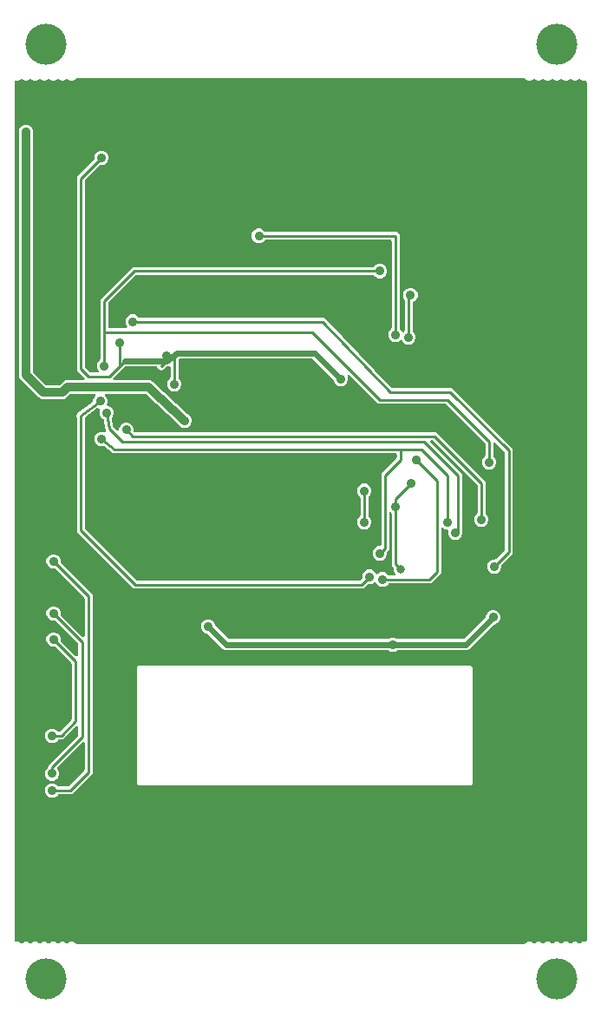
<source format=gbr>
G04 EAGLE Gerber RS-274X export*
G75*
%MOMM*%
%FSLAX34Y34*%
%LPD*%
%INBottom Copper*%
%IPPOS*%
%AMOC8*
5,1,8,0,0,1.08239X$1,22.5*%
G01*
%ADD10C,4.000000*%
%ADD11C,0.906400*%
%ADD12C,0.889000*%
%ADD13C,0.812800*%
%ADD14C,0.254000*%
%ADD15C,0.609600*%
%ADD16C,0.800100*%

G36*
X501714Y2553D02*
X501714Y2553D01*
X501814Y2556D01*
X501872Y2573D01*
X501932Y2581D01*
X502024Y2617D01*
X502119Y2645D01*
X502171Y2675D01*
X502228Y2698D01*
X502308Y2756D01*
X502393Y2806D01*
X502468Y2872D01*
X502485Y2884D01*
X502493Y2894D01*
X502514Y2912D01*
X503875Y4273D01*
X505727Y5041D01*
X507733Y5041D01*
X509585Y4273D01*
X510278Y3581D01*
X510372Y3508D01*
X510461Y3429D01*
X510497Y3411D01*
X510529Y3386D01*
X510638Y3339D01*
X510744Y3285D01*
X510783Y3276D01*
X510821Y3260D01*
X510938Y3241D01*
X511054Y3215D01*
X511095Y3216D01*
X511135Y3210D01*
X511253Y3221D01*
X511372Y3225D01*
X511411Y3236D01*
X511451Y3240D01*
X511563Y3280D01*
X511678Y3313D01*
X511713Y3334D01*
X511751Y3347D01*
X511849Y3414D01*
X511952Y3475D01*
X511997Y3515D01*
X512014Y3526D01*
X512027Y3541D01*
X512073Y3581D01*
X512765Y4273D01*
X514617Y5041D01*
X516623Y5041D01*
X518475Y4273D01*
X519168Y3581D01*
X519262Y3508D01*
X519351Y3429D01*
X519387Y3411D01*
X519419Y3386D01*
X519528Y3339D01*
X519634Y3285D01*
X519673Y3276D01*
X519711Y3260D01*
X519828Y3241D01*
X519944Y3215D01*
X519985Y3216D01*
X520025Y3210D01*
X520143Y3221D01*
X520262Y3225D01*
X520301Y3236D01*
X520341Y3240D01*
X520453Y3280D01*
X520568Y3313D01*
X520603Y3334D01*
X520641Y3347D01*
X520739Y3414D01*
X520842Y3475D01*
X520887Y3515D01*
X520904Y3526D01*
X520917Y3541D01*
X520963Y3581D01*
X521655Y4273D01*
X523507Y5041D01*
X525513Y5041D01*
X527365Y4273D01*
X528058Y3581D01*
X528152Y3508D01*
X528241Y3429D01*
X528277Y3411D01*
X528309Y3386D01*
X528418Y3339D01*
X528524Y3285D01*
X528563Y3276D01*
X528601Y3260D01*
X528718Y3241D01*
X528834Y3215D01*
X528875Y3216D01*
X528915Y3210D01*
X529033Y3221D01*
X529152Y3225D01*
X529191Y3236D01*
X529231Y3240D01*
X529343Y3280D01*
X529458Y3313D01*
X529493Y3334D01*
X529531Y3347D01*
X529629Y3414D01*
X529732Y3475D01*
X529777Y3515D01*
X529794Y3526D01*
X529807Y3541D01*
X529853Y3581D01*
X530545Y4273D01*
X532397Y5041D01*
X534403Y5041D01*
X536255Y4273D01*
X536948Y3581D01*
X537042Y3508D01*
X537131Y3429D01*
X537167Y3411D01*
X537199Y3386D01*
X537308Y3339D01*
X537414Y3285D01*
X537453Y3276D01*
X537491Y3260D01*
X537608Y3241D01*
X537724Y3215D01*
X537765Y3216D01*
X537805Y3210D01*
X537923Y3221D01*
X538042Y3225D01*
X538081Y3236D01*
X538121Y3240D01*
X538233Y3280D01*
X538348Y3313D01*
X538383Y3334D01*
X538421Y3347D01*
X538519Y3414D01*
X538622Y3475D01*
X538667Y3515D01*
X538684Y3526D01*
X538697Y3541D01*
X538743Y3581D01*
X539435Y4273D01*
X541287Y5041D01*
X543293Y5041D01*
X545145Y4273D01*
X545838Y3581D01*
X545932Y3508D01*
X546021Y3429D01*
X546057Y3411D01*
X546089Y3386D01*
X546198Y3339D01*
X546304Y3285D01*
X546343Y3276D01*
X546381Y3260D01*
X546498Y3241D01*
X546614Y3215D01*
X546655Y3216D01*
X546695Y3210D01*
X546813Y3221D01*
X546932Y3225D01*
X546971Y3236D01*
X547011Y3240D01*
X547123Y3280D01*
X547238Y3313D01*
X547273Y3334D01*
X547311Y3347D01*
X547409Y3414D01*
X547512Y3475D01*
X547557Y3515D01*
X547574Y3526D01*
X547587Y3541D01*
X547633Y3581D01*
X548325Y4273D01*
X550177Y5041D01*
X552183Y5041D01*
X554035Y4273D01*
X554728Y3581D01*
X554822Y3508D01*
X554911Y3429D01*
X554947Y3411D01*
X554979Y3386D01*
X555088Y3339D01*
X555194Y3285D01*
X555233Y3276D01*
X555271Y3260D01*
X555388Y3241D01*
X555504Y3215D01*
X555545Y3216D01*
X555585Y3210D01*
X555703Y3221D01*
X555822Y3225D01*
X555861Y3236D01*
X555901Y3240D01*
X556013Y3280D01*
X556128Y3313D01*
X556163Y3334D01*
X556201Y3347D01*
X556299Y3414D01*
X556402Y3475D01*
X556447Y3515D01*
X556464Y3526D01*
X556477Y3541D01*
X556523Y3581D01*
X557215Y4273D01*
X559067Y5041D01*
X561241Y5041D01*
X561260Y5037D01*
X561318Y5041D01*
X561325Y5041D01*
X561332Y5042D01*
X561368Y5044D01*
X561477Y5042D01*
X561526Y5054D01*
X561577Y5057D01*
X561680Y5090D01*
X561787Y5116D01*
X561831Y5139D01*
X561879Y5155D01*
X561971Y5213D01*
X562068Y5264D01*
X562105Y5298D01*
X562148Y5325D01*
X562223Y5404D01*
X562303Y5478D01*
X562331Y5520D01*
X562366Y5557D01*
X562419Y5652D01*
X562479Y5743D01*
X562495Y5791D01*
X562520Y5835D01*
X562547Y5941D01*
X562582Y6044D01*
X562586Y6094D01*
X562599Y6143D01*
X562609Y6304D01*
X562609Y843326D01*
X562603Y843376D01*
X562605Y843427D01*
X562583Y843534D01*
X562569Y843642D01*
X562551Y843689D01*
X562540Y843738D01*
X562492Y843836D01*
X562452Y843937D01*
X562423Y843978D01*
X562400Y844024D01*
X562330Y844107D01*
X562266Y844195D01*
X562227Y844227D01*
X562194Y844266D01*
X562104Y844328D01*
X562021Y844398D01*
X561975Y844419D01*
X561933Y844448D01*
X561831Y844487D01*
X561733Y844533D01*
X561683Y844543D01*
X561636Y844561D01*
X561527Y844572D01*
X561421Y844593D01*
X561370Y844590D01*
X561320Y844595D01*
X561277Y844589D01*
X559067Y844589D01*
X557215Y845357D01*
X556523Y846049D01*
X556429Y846122D01*
X556339Y846201D01*
X556303Y846219D01*
X556271Y846244D01*
X556162Y846291D01*
X556056Y846345D01*
X556017Y846354D01*
X555979Y846370D01*
X555862Y846389D01*
X555746Y846415D01*
X555705Y846414D01*
X555665Y846420D01*
X555547Y846409D01*
X555428Y846405D01*
X555389Y846394D01*
X555349Y846390D01*
X555237Y846350D01*
X555122Y846317D01*
X555087Y846296D01*
X555049Y846283D01*
X554951Y846216D01*
X554848Y846155D01*
X554803Y846115D01*
X554786Y846104D01*
X554773Y846089D01*
X554728Y846049D01*
X554035Y845357D01*
X552183Y844589D01*
X550177Y844589D01*
X548325Y845357D01*
X547633Y846049D01*
X547539Y846122D01*
X547449Y846201D01*
X547413Y846219D01*
X547381Y846244D01*
X547272Y846291D01*
X547166Y846345D01*
X547127Y846354D01*
X547089Y846370D01*
X546972Y846389D01*
X546856Y846415D01*
X546815Y846414D01*
X546775Y846420D01*
X546657Y846409D01*
X546538Y846405D01*
X546499Y846394D01*
X546459Y846390D01*
X546347Y846350D01*
X546232Y846317D01*
X546197Y846296D01*
X546159Y846283D01*
X546061Y846216D01*
X545958Y846155D01*
X545913Y846115D01*
X545896Y846104D01*
X545883Y846089D01*
X545838Y846049D01*
X545145Y845357D01*
X543293Y844589D01*
X541287Y844589D01*
X539435Y845357D01*
X538743Y846049D01*
X538649Y846122D01*
X538559Y846201D01*
X538523Y846219D01*
X538491Y846244D01*
X538382Y846291D01*
X538276Y846345D01*
X538237Y846354D01*
X538199Y846370D01*
X538082Y846389D01*
X537966Y846415D01*
X537925Y846414D01*
X537885Y846420D01*
X537767Y846409D01*
X537648Y846405D01*
X537609Y846394D01*
X537569Y846390D01*
X537457Y846350D01*
X537342Y846317D01*
X537307Y846296D01*
X537269Y846283D01*
X537171Y846216D01*
X537068Y846155D01*
X537023Y846115D01*
X537006Y846104D01*
X536993Y846089D01*
X536948Y846049D01*
X536255Y845357D01*
X534403Y844589D01*
X532397Y844589D01*
X530545Y845357D01*
X529853Y846049D01*
X529759Y846122D01*
X529669Y846201D01*
X529633Y846219D01*
X529601Y846244D01*
X529492Y846291D01*
X529386Y846345D01*
X529347Y846354D01*
X529309Y846370D01*
X529192Y846389D01*
X529076Y846415D01*
X529035Y846414D01*
X528995Y846420D01*
X528877Y846409D01*
X528758Y846405D01*
X528719Y846394D01*
X528679Y846390D01*
X528567Y846350D01*
X528452Y846317D01*
X528417Y846296D01*
X528379Y846283D01*
X528281Y846216D01*
X528178Y846155D01*
X528133Y846115D01*
X528116Y846104D01*
X528103Y846089D01*
X528058Y846049D01*
X527365Y845357D01*
X525513Y844589D01*
X523507Y844589D01*
X521655Y845357D01*
X520963Y846049D01*
X520869Y846122D01*
X520779Y846201D01*
X520743Y846219D01*
X520711Y846244D01*
X520602Y846291D01*
X520496Y846345D01*
X520457Y846354D01*
X520419Y846370D01*
X520302Y846389D01*
X520186Y846415D01*
X520145Y846414D01*
X520105Y846420D01*
X519987Y846409D01*
X519868Y846405D01*
X519829Y846394D01*
X519789Y846390D01*
X519677Y846350D01*
X519562Y846317D01*
X519527Y846296D01*
X519489Y846283D01*
X519391Y846216D01*
X519288Y846155D01*
X519243Y846115D01*
X519226Y846104D01*
X519213Y846089D01*
X519168Y846049D01*
X518475Y845357D01*
X516623Y844589D01*
X514617Y844589D01*
X512765Y845357D01*
X512073Y846049D01*
X511979Y846122D01*
X511889Y846201D01*
X511853Y846219D01*
X511821Y846244D01*
X511712Y846291D01*
X511606Y846345D01*
X511567Y846354D01*
X511529Y846370D01*
X511412Y846389D01*
X511296Y846415D01*
X511255Y846414D01*
X511215Y846420D01*
X511097Y846409D01*
X510978Y846405D01*
X510939Y846394D01*
X510899Y846390D01*
X510787Y846350D01*
X510672Y846317D01*
X510637Y846296D01*
X510599Y846283D01*
X510501Y846216D01*
X510398Y846155D01*
X510353Y846115D01*
X510336Y846104D01*
X510323Y846089D01*
X510278Y846049D01*
X509585Y845357D01*
X507733Y844589D01*
X505727Y844589D01*
X503875Y845357D01*
X502514Y846718D01*
X502436Y846778D01*
X502363Y846846D01*
X502310Y846875D01*
X502263Y846912D01*
X502172Y846952D01*
X502085Y847000D01*
X502026Y847015D01*
X501971Y847039D01*
X501873Y847054D01*
X501777Y847079D01*
X501677Y847085D01*
X501657Y847089D01*
X501644Y847087D01*
X501616Y847089D01*
X64804Y847089D01*
X64706Y847077D01*
X64606Y847074D01*
X64548Y847057D01*
X64488Y847049D01*
X64396Y847013D01*
X64301Y846985D01*
X64249Y846955D01*
X64192Y846932D01*
X64112Y846874D01*
X64027Y846824D01*
X63952Y846758D01*
X63935Y846746D01*
X63927Y846736D01*
X63906Y846718D01*
X62545Y845357D01*
X60693Y844589D01*
X58687Y844589D01*
X56835Y845357D01*
X56143Y846049D01*
X56049Y846122D01*
X55959Y846201D01*
X55923Y846219D01*
X55891Y846244D01*
X55782Y846291D01*
X55676Y846345D01*
X55637Y846354D01*
X55599Y846370D01*
X55482Y846389D01*
X55366Y846415D01*
X55325Y846414D01*
X55285Y846420D01*
X55167Y846409D01*
X55048Y846405D01*
X55009Y846394D01*
X54969Y846390D01*
X54857Y846350D01*
X54742Y846317D01*
X54707Y846296D01*
X54669Y846283D01*
X54571Y846216D01*
X54468Y846155D01*
X54423Y846115D01*
X54406Y846104D01*
X54393Y846089D01*
X54348Y846049D01*
X53655Y845357D01*
X51803Y844589D01*
X49797Y844589D01*
X47945Y845357D01*
X47253Y846049D01*
X47159Y846122D01*
X47069Y846201D01*
X47033Y846219D01*
X47001Y846244D01*
X46892Y846291D01*
X46786Y846345D01*
X46747Y846354D01*
X46709Y846370D01*
X46592Y846389D01*
X46476Y846415D01*
X46435Y846414D01*
X46395Y846420D01*
X46277Y846409D01*
X46158Y846405D01*
X46119Y846394D01*
X46079Y846390D01*
X45967Y846350D01*
X45852Y846317D01*
X45817Y846296D01*
X45779Y846283D01*
X45681Y846216D01*
X45578Y846155D01*
X45533Y846115D01*
X45516Y846104D01*
X45503Y846089D01*
X45458Y846049D01*
X44765Y845357D01*
X42913Y844589D01*
X40907Y844589D01*
X39055Y845357D01*
X38363Y846049D01*
X38269Y846122D01*
X38179Y846201D01*
X38143Y846219D01*
X38111Y846244D01*
X38002Y846291D01*
X37896Y846345D01*
X37857Y846354D01*
X37819Y846370D01*
X37702Y846389D01*
X37586Y846415D01*
X37545Y846414D01*
X37505Y846420D01*
X37387Y846409D01*
X37268Y846405D01*
X37229Y846394D01*
X37189Y846390D01*
X37077Y846350D01*
X36962Y846317D01*
X36927Y846296D01*
X36889Y846283D01*
X36791Y846216D01*
X36688Y846155D01*
X36643Y846115D01*
X36626Y846104D01*
X36613Y846089D01*
X36568Y846049D01*
X35875Y845357D01*
X34023Y844589D01*
X32017Y844589D01*
X30165Y845357D01*
X29473Y846049D01*
X29379Y846122D01*
X29289Y846201D01*
X29253Y846219D01*
X29221Y846244D01*
X29112Y846291D01*
X29006Y846345D01*
X28967Y846354D01*
X28929Y846370D01*
X28812Y846389D01*
X28696Y846415D01*
X28655Y846414D01*
X28615Y846420D01*
X28497Y846409D01*
X28378Y846405D01*
X28339Y846394D01*
X28299Y846390D01*
X28187Y846350D01*
X28072Y846317D01*
X28037Y846296D01*
X27999Y846283D01*
X27901Y846216D01*
X27798Y846155D01*
X27753Y846115D01*
X27736Y846104D01*
X27723Y846089D01*
X27678Y846049D01*
X26985Y845357D01*
X25133Y844589D01*
X23127Y844589D01*
X21275Y845357D01*
X20583Y846049D01*
X20489Y846122D01*
X20399Y846201D01*
X20363Y846219D01*
X20331Y846244D01*
X20222Y846291D01*
X20116Y846345D01*
X20077Y846354D01*
X20039Y846370D01*
X19922Y846389D01*
X19806Y846415D01*
X19765Y846414D01*
X19725Y846420D01*
X19607Y846409D01*
X19488Y846405D01*
X19449Y846394D01*
X19409Y846390D01*
X19297Y846350D01*
X19182Y846317D01*
X19147Y846296D01*
X19109Y846283D01*
X19011Y846216D01*
X18908Y846155D01*
X18863Y846115D01*
X18846Y846104D01*
X18833Y846089D01*
X18788Y846049D01*
X18095Y845357D01*
X16243Y844589D01*
X14237Y844589D01*
X12385Y845357D01*
X11693Y846049D01*
X11599Y846122D01*
X11509Y846201D01*
X11473Y846219D01*
X11441Y846244D01*
X11332Y846291D01*
X11226Y846345D01*
X11187Y846354D01*
X11149Y846370D01*
X11032Y846389D01*
X10916Y846415D01*
X10875Y846414D01*
X10835Y846420D01*
X10717Y846409D01*
X10598Y846405D01*
X10559Y846394D01*
X10519Y846390D01*
X10407Y846350D01*
X10292Y846317D01*
X10257Y846296D01*
X10219Y846283D01*
X10121Y846216D01*
X10018Y846155D01*
X9973Y846115D01*
X9956Y846104D01*
X9943Y846089D01*
X9898Y846049D01*
X9205Y845357D01*
X7353Y844589D01*
X5179Y844589D01*
X5161Y844593D01*
X5103Y844589D01*
X5095Y844589D01*
X5087Y844588D01*
X5051Y844586D01*
X4942Y844588D01*
X4893Y844576D01*
X4843Y844573D01*
X4739Y844539D01*
X4632Y844514D01*
X4588Y844490D01*
X4541Y844475D01*
X4448Y844416D01*
X4351Y844365D01*
X4314Y844332D01*
X4272Y844305D01*
X4197Y844225D01*
X4116Y844151D01*
X4088Y844110D01*
X4054Y844073D01*
X4001Y843977D01*
X3941Y843886D01*
X3925Y843839D01*
X3900Y843795D01*
X3873Y843689D01*
X3837Y843585D01*
X3833Y843535D01*
X3821Y843487D01*
X3811Y843326D01*
X3811Y6304D01*
X3817Y6254D01*
X3815Y6204D01*
X3833Y6117D01*
X3833Y6112D01*
X3835Y6105D01*
X3837Y6097D01*
X3851Y5988D01*
X3869Y5942D01*
X3879Y5893D01*
X3927Y5794D01*
X3968Y5693D01*
X3997Y5652D01*
X4019Y5607D01*
X4090Y5524D01*
X4154Y5435D01*
X4193Y5403D01*
X4225Y5365D01*
X4315Y5302D01*
X4399Y5232D01*
X4445Y5211D01*
X4486Y5182D01*
X4588Y5144D01*
X4687Y5097D01*
X4736Y5088D01*
X4783Y5070D01*
X4892Y5058D01*
X5000Y5037D01*
X5049Y5040D01*
X5099Y5035D01*
X5141Y5041D01*
X7353Y5041D01*
X9205Y4273D01*
X9898Y3581D01*
X9992Y3508D01*
X10081Y3429D01*
X10117Y3411D01*
X10149Y3386D01*
X10258Y3339D01*
X10364Y3285D01*
X10403Y3276D01*
X10441Y3260D01*
X10558Y3241D01*
X10674Y3215D01*
X10715Y3216D01*
X10755Y3210D01*
X10873Y3221D01*
X10992Y3225D01*
X11031Y3236D01*
X11071Y3240D01*
X11183Y3280D01*
X11298Y3313D01*
X11333Y3334D01*
X11371Y3347D01*
X11469Y3414D01*
X11572Y3475D01*
X11617Y3515D01*
X11634Y3526D01*
X11647Y3541D01*
X11693Y3581D01*
X12385Y4273D01*
X14237Y5041D01*
X16243Y5041D01*
X18095Y4273D01*
X18788Y3581D01*
X18882Y3508D01*
X18971Y3429D01*
X19007Y3411D01*
X19039Y3386D01*
X19148Y3339D01*
X19254Y3285D01*
X19293Y3276D01*
X19331Y3260D01*
X19448Y3241D01*
X19564Y3215D01*
X19605Y3216D01*
X19645Y3210D01*
X19763Y3221D01*
X19882Y3225D01*
X19921Y3236D01*
X19961Y3240D01*
X20073Y3280D01*
X20188Y3313D01*
X20223Y3334D01*
X20261Y3347D01*
X20359Y3414D01*
X20462Y3475D01*
X20507Y3515D01*
X20524Y3526D01*
X20537Y3541D01*
X20583Y3581D01*
X21275Y4273D01*
X23127Y5041D01*
X25133Y5041D01*
X26985Y4273D01*
X27678Y3581D01*
X27772Y3508D01*
X27861Y3429D01*
X27897Y3411D01*
X27929Y3386D01*
X28038Y3339D01*
X28144Y3285D01*
X28183Y3276D01*
X28221Y3260D01*
X28338Y3241D01*
X28454Y3215D01*
X28495Y3216D01*
X28535Y3210D01*
X28653Y3221D01*
X28772Y3225D01*
X28811Y3236D01*
X28851Y3240D01*
X28963Y3280D01*
X29078Y3313D01*
X29113Y3334D01*
X29151Y3347D01*
X29249Y3414D01*
X29352Y3475D01*
X29397Y3515D01*
X29414Y3526D01*
X29427Y3541D01*
X29473Y3581D01*
X30165Y4273D01*
X32017Y5041D01*
X34023Y5041D01*
X35875Y4273D01*
X36568Y3581D01*
X36662Y3508D01*
X36751Y3429D01*
X36787Y3411D01*
X36819Y3386D01*
X36928Y3339D01*
X37034Y3285D01*
X37073Y3276D01*
X37111Y3260D01*
X37228Y3241D01*
X37344Y3215D01*
X37385Y3216D01*
X37425Y3210D01*
X37543Y3221D01*
X37662Y3225D01*
X37701Y3236D01*
X37741Y3240D01*
X37853Y3280D01*
X37968Y3313D01*
X38003Y3334D01*
X38041Y3347D01*
X38139Y3414D01*
X38242Y3475D01*
X38287Y3515D01*
X38304Y3526D01*
X38317Y3541D01*
X38363Y3581D01*
X39055Y4273D01*
X40907Y5041D01*
X42913Y5041D01*
X44765Y4273D01*
X45458Y3581D01*
X45552Y3508D01*
X45641Y3429D01*
X45677Y3411D01*
X45709Y3386D01*
X45818Y3339D01*
X45924Y3285D01*
X45963Y3276D01*
X46001Y3260D01*
X46118Y3241D01*
X46234Y3215D01*
X46275Y3216D01*
X46315Y3210D01*
X46433Y3221D01*
X46552Y3225D01*
X46591Y3236D01*
X46631Y3240D01*
X46743Y3280D01*
X46858Y3313D01*
X46893Y3334D01*
X46931Y3347D01*
X47029Y3414D01*
X47132Y3475D01*
X47177Y3515D01*
X47194Y3526D01*
X47207Y3541D01*
X47253Y3581D01*
X47945Y4273D01*
X49797Y5041D01*
X51803Y5041D01*
X53655Y4273D01*
X54348Y3581D01*
X54442Y3508D01*
X54531Y3429D01*
X54567Y3411D01*
X54599Y3386D01*
X54708Y3339D01*
X54814Y3285D01*
X54853Y3276D01*
X54891Y3260D01*
X55008Y3241D01*
X55124Y3215D01*
X55165Y3216D01*
X55205Y3210D01*
X55323Y3221D01*
X55442Y3225D01*
X55481Y3236D01*
X55521Y3240D01*
X55633Y3280D01*
X55748Y3313D01*
X55783Y3334D01*
X55821Y3347D01*
X55919Y3414D01*
X56022Y3475D01*
X56067Y3515D01*
X56084Y3526D01*
X56097Y3541D01*
X56143Y3581D01*
X56835Y4273D01*
X58687Y5041D01*
X60693Y5041D01*
X62545Y4273D01*
X63906Y2912D01*
X63984Y2852D01*
X64057Y2784D01*
X64110Y2755D01*
X64157Y2718D01*
X64248Y2678D01*
X64335Y2630D01*
X64394Y2615D01*
X64449Y2591D01*
X64547Y2576D01*
X64643Y2551D01*
X64743Y2545D01*
X64763Y2541D01*
X64776Y2543D01*
X64804Y2541D01*
X501616Y2541D01*
X501714Y2553D01*
G37*
%LPC*%
G36*
X120342Y349249D02*
X120342Y349249D01*
X64769Y404822D01*
X64769Y516497D01*
X64769Y516499D01*
X64769Y516501D01*
X64749Y516656D01*
X64729Y516813D01*
X64729Y516815D01*
X64728Y516817D01*
X64670Y516962D01*
X64612Y517108D01*
X64611Y517110D01*
X64610Y517112D01*
X64572Y517171D01*
X64755Y518355D01*
X64755Y518372D01*
X64759Y518388D01*
X64769Y518548D01*
X64769Y519755D01*
X64808Y519806D01*
X64904Y519930D01*
X64905Y519932D01*
X64907Y519934D01*
X64966Y520073D01*
X65031Y520222D01*
X65031Y520224D01*
X65032Y520226D01*
X65047Y520295D01*
X66013Y521003D01*
X66025Y521015D01*
X66039Y521023D01*
X66160Y521129D01*
X67013Y521983D01*
X67079Y521991D01*
X67233Y522011D01*
X67234Y522011D01*
X67237Y522012D01*
X67383Y522070D01*
X67528Y522128D01*
X67530Y522129D01*
X67532Y522130D01*
X67668Y522216D01*
X80126Y531352D01*
X80152Y531378D01*
X80183Y531397D01*
X80267Y531487D01*
X80356Y531571D01*
X80376Y531602D01*
X80401Y531629D01*
X80460Y531736D01*
X80526Y531840D01*
X80537Y531875D01*
X80555Y531907D01*
X80585Y532026D01*
X80623Y532143D01*
X80625Y532180D01*
X80634Y532215D01*
X80644Y532376D01*
X80644Y533520D01*
X81708Y536087D01*
X82949Y537329D01*
X83034Y537438D01*
X83123Y537545D01*
X83132Y537564D01*
X83144Y537580D01*
X83199Y537707D01*
X83259Y537833D01*
X83262Y537853D01*
X83271Y537872D01*
X83292Y538010D01*
X83318Y538146D01*
X83317Y538166D01*
X83320Y538186D01*
X83307Y538325D01*
X83299Y538463D01*
X83292Y538482D01*
X83291Y538502D01*
X83243Y538634D01*
X83201Y538765D01*
X83190Y538783D01*
X83183Y538802D01*
X83105Y538917D01*
X83030Y539034D01*
X83016Y539048D01*
X83004Y539065D01*
X82900Y539157D01*
X82799Y539252D01*
X82781Y539262D01*
X82766Y539275D01*
X82642Y539339D01*
X82520Y539406D01*
X82501Y539411D01*
X82483Y539420D01*
X82347Y539450D01*
X82212Y539485D01*
X82184Y539487D01*
X82172Y539490D01*
X82152Y539489D01*
X82052Y539495D01*
X59142Y539495D01*
X59043Y539483D01*
X58944Y539480D01*
X58886Y539463D01*
X58826Y539455D01*
X58734Y539419D01*
X58639Y539391D01*
X58587Y539361D01*
X58530Y539338D01*
X58450Y539280D01*
X58365Y539230D01*
X58289Y539164D01*
X58273Y539152D01*
X58265Y539142D01*
X58244Y539124D01*
X54541Y535421D01*
X52114Y534415D01*
X30436Y534415D01*
X28009Y535421D01*
X25972Y537457D01*
X11677Y551752D01*
X9641Y553789D01*
X8635Y556216D01*
X8635Y792458D01*
X8634Y792467D01*
X8635Y792477D01*
X8614Y792625D01*
X8595Y792774D01*
X8592Y792782D01*
X8591Y792792D01*
X8539Y792944D01*
X8254Y793630D01*
X8254Y796410D01*
X9318Y798977D01*
X11283Y800942D01*
X13850Y802006D01*
X16630Y802006D01*
X19197Y800942D01*
X21162Y798977D01*
X22226Y796410D01*
X22226Y793630D01*
X21941Y792944D01*
X21939Y792935D01*
X21934Y792927D01*
X21897Y792782D01*
X21857Y792637D01*
X21857Y792628D01*
X21855Y792619D01*
X21845Y792458D01*
X21845Y560792D01*
X21857Y560693D01*
X21860Y560594D01*
X21877Y560536D01*
X21885Y560476D01*
X21921Y560384D01*
X21949Y560289D01*
X21979Y560237D01*
X22002Y560180D01*
X22060Y560100D01*
X22110Y560015D01*
X22176Y559939D01*
X22188Y559923D01*
X22198Y559915D01*
X22216Y559894D01*
X34114Y547996D01*
X34192Y547936D01*
X34264Y547868D01*
X34317Y547839D01*
X34365Y547802D01*
X34456Y547762D01*
X34543Y547714D01*
X34601Y547699D01*
X34657Y547675D01*
X34755Y547660D01*
X34851Y547635D01*
X34951Y547629D01*
X34971Y547625D01*
X34983Y547627D01*
X35011Y547625D01*
X47538Y547625D01*
X47637Y547637D01*
X47736Y547640D01*
X47794Y547657D01*
X47854Y547665D01*
X47946Y547701D01*
X48041Y547729D01*
X48093Y547759D01*
X48150Y547782D01*
X48230Y547840D01*
X48315Y547890D01*
X48391Y547956D01*
X48407Y547968D01*
X48415Y547978D01*
X48436Y547996D01*
X52139Y551699D01*
X54566Y552705D01*
X71302Y552705D01*
X71439Y552722D01*
X71578Y552735D01*
X71597Y552742D01*
X71617Y552745D01*
X71746Y552796D01*
X71877Y552843D01*
X71894Y552854D01*
X71913Y552862D01*
X72026Y552943D01*
X72141Y553021D01*
X72154Y553037D01*
X72170Y553048D01*
X72259Y553156D01*
X72351Y553260D01*
X72360Y553278D01*
X72373Y553293D01*
X72432Y553419D01*
X72496Y553543D01*
X72500Y553563D01*
X72509Y553581D01*
X72535Y553717D01*
X72565Y553853D01*
X72565Y553874D01*
X72569Y553893D01*
X72560Y554032D01*
X72556Y554171D01*
X72550Y554191D01*
X72549Y554211D01*
X72506Y554343D01*
X72467Y554477D01*
X72457Y554494D01*
X72451Y554513D01*
X72376Y554631D01*
X72306Y554751D01*
X72287Y554772D01*
X72281Y554782D01*
X72266Y554796D01*
X72199Y554871D01*
X67373Y559698D01*
X64769Y562302D01*
X64769Y750878D01*
X81543Y767652D01*
X81603Y767730D01*
X81671Y767802D01*
X81700Y767855D01*
X81737Y767903D01*
X81777Y767994D01*
X81825Y768081D01*
X81840Y768139D01*
X81864Y768195D01*
X81879Y768293D01*
X81904Y768389D01*
X81910Y768489D01*
X81914Y768509D01*
X81912Y768521D01*
X81914Y768549D01*
X81914Y771010D01*
X82978Y773577D01*
X84943Y775542D01*
X87510Y776606D01*
X90290Y776606D01*
X92857Y775542D01*
X94822Y773577D01*
X95886Y771010D01*
X95886Y768230D01*
X94822Y765663D01*
X92857Y763698D01*
X90290Y762634D01*
X87829Y762634D01*
X87731Y762622D01*
X87632Y762619D01*
X87574Y762602D01*
X87514Y762594D01*
X87422Y762558D01*
X87326Y762530D01*
X87274Y762500D01*
X87218Y762477D01*
X87138Y762419D01*
X87053Y762369D01*
X86977Y762303D01*
X86961Y762291D01*
X86953Y762281D01*
X86932Y762263D01*
X72762Y748093D01*
X72702Y748015D01*
X72634Y747943D01*
X72605Y747890D01*
X72568Y747842D01*
X72528Y747751D01*
X72480Y747664D01*
X72465Y747606D01*
X72441Y747550D01*
X72426Y747452D01*
X72401Y747356D01*
X72395Y747256D01*
X72391Y747236D01*
X72393Y747224D01*
X72391Y747196D01*
X72391Y565984D01*
X72403Y565886D01*
X72406Y565787D01*
X72423Y565729D01*
X72431Y565669D01*
X72467Y565577D01*
X72495Y565481D01*
X72525Y565429D01*
X72548Y565373D01*
X72606Y565293D01*
X72656Y565208D01*
X72722Y565132D01*
X72734Y565116D01*
X72744Y565108D01*
X72762Y565087D01*
X77407Y560442D01*
X77485Y560382D01*
X77557Y560314D01*
X77610Y560285D01*
X77658Y560248D01*
X77749Y560208D01*
X77836Y560160D01*
X77894Y560145D01*
X77950Y560121D01*
X78048Y560106D01*
X78144Y560081D01*
X78244Y560075D01*
X78264Y560071D01*
X78276Y560073D01*
X78304Y560071D01*
X84846Y560071D01*
X84984Y560088D01*
X85122Y560101D01*
X85141Y560108D01*
X85161Y560111D01*
X85291Y560162D01*
X85421Y560209D01*
X85438Y560220D01*
X85457Y560228D01*
X85569Y560309D01*
X85685Y560387D01*
X85698Y560403D01*
X85714Y560414D01*
X85803Y560521D01*
X85895Y560626D01*
X85904Y560644D01*
X85917Y560659D01*
X85976Y560785D01*
X86040Y560909D01*
X86044Y560929D01*
X86053Y560947D01*
X86079Y561083D01*
X86109Y561219D01*
X86109Y561240D01*
X86112Y561259D01*
X86104Y561398D01*
X86100Y561537D01*
X86094Y561557D01*
X86093Y561577D01*
X86050Y561709D01*
X86011Y561843D01*
X86001Y561860D01*
X85995Y561879D01*
X85920Y561997D01*
X85850Y562117D01*
X85831Y562138D01*
X85824Y562148D01*
X85810Y562162D01*
X85743Y562238D01*
X85518Y562463D01*
X84454Y565030D01*
X84454Y567810D01*
X85518Y570377D01*
X87258Y572117D01*
X87318Y572195D01*
X87386Y572267D01*
X87415Y572320D01*
X87452Y572368D01*
X87492Y572459D01*
X87540Y572546D01*
X87555Y572604D01*
X87579Y572660D01*
X87594Y572758D01*
X87619Y572854D01*
X87625Y572954D01*
X87629Y572974D01*
X87627Y572986D01*
X87629Y573014D01*
X87629Y631498D01*
X119072Y662941D01*
X353963Y662941D01*
X354061Y662953D01*
X354160Y662956D01*
X354218Y662973D01*
X354278Y662981D01*
X354370Y663017D01*
X354465Y663045D01*
X354518Y663075D01*
X354574Y663098D01*
X354654Y663156D01*
X354739Y663206D01*
X354815Y663272D01*
X354831Y663284D01*
X354839Y663294D01*
X354860Y663312D01*
X356674Y665126D01*
X359273Y666203D01*
X362087Y666203D01*
X364686Y665126D01*
X366676Y663136D01*
X367753Y660537D01*
X367753Y657723D01*
X366676Y655124D01*
X364686Y653134D01*
X362087Y652057D01*
X359273Y652057D01*
X356674Y653134D01*
X354860Y654948D01*
X354782Y655008D01*
X354710Y655076D01*
X354657Y655105D01*
X354609Y655142D01*
X354518Y655182D01*
X354431Y655230D01*
X354373Y655245D01*
X354317Y655269D01*
X354219Y655284D01*
X354123Y655309D01*
X354023Y655315D01*
X354003Y655319D01*
X353991Y655317D01*
X353963Y655319D01*
X122754Y655319D01*
X122656Y655307D01*
X122557Y655304D01*
X122499Y655287D01*
X122439Y655279D01*
X122347Y655243D01*
X122251Y655215D01*
X122199Y655185D01*
X122143Y655162D01*
X122063Y655104D01*
X121978Y655054D01*
X121902Y654988D01*
X121886Y654976D01*
X121878Y654966D01*
X121857Y654948D01*
X95622Y628713D01*
X95562Y628635D01*
X95494Y628563D01*
X95465Y628510D01*
X95428Y628462D01*
X95388Y628371D01*
X95340Y628284D01*
X95325Y628226D01*
X95301Y628170D01*
X95286Y628072D01*
X95261Y627976D01*
X95255Y627876D01*
X95251Y627856D01*
X95253Y627844D01*
X95251Y627816D01*
X95251Y604520D01*
X95266Y604402D01*
X95273Y604283D01*
X95286Y604245D01*
X95291Y604204D01*
X95334Y604094D01*
X95371Y603981D01*
X95393Y603946D01*
X95408Y603909D01*
X95477Y603813D01*
X95541Y603712D01*
X95571Y603684D01*
X95594Y603651D01*
X95686Y603575D01*
X95773Y603494D01*
X95808Y603474D01*
X95839Y603449D01*
X95947Y603398D01*
X96051Y603340D01*
X96091Y603330D01*
X96127Y603313D01*
X96244Y603291D01*
X96359Y603261D01*
X96419Y603257D01*
X96439Y603253D01*
X96460Y603255D01*
X96520Y603251D01*
X112663Y603251D01*
X112801Y603268D01*
X112939Y603281D01*
X112958Y603288D01*
X112978Y603291D01*
X113108Y603342D01*
X113238Y603389D01*
X113255Y603400D01*
X113274Y603408D01*
X113386Y603489D01*
X113502Y603567D01*
X113515Y603583D01*
X113531Y603594D01*
X113620Y603702D01*
X113712Y603806D01*
X113721Y603824D01*
X113734Y603839D01*
X113793Y603965D01*
X113857Y604089D01*
X113861Y604109D01*
X113870Y604127D01*
X113896Y604263D01*
X113926Y604399D01*
X113926Y604420D01*
X113929Y604439D01*
X113921Y604578D01*
X113917Y604717D01*
X113911Y604737D01*
X113910Y604757D01*
X113867Y604889D01*
X113828Y605023D01*
X113818Y605040D01*
X113812Y605059D01*
X113737Y605177D01*
X113667Y605297D01*
X113648Y605318D01*
X113641Y605328D01*
X113626Y605342D01*
X113560Y605418D01*
X113384Y605594D01*
X112307Y608193D01*
X112307Y611007D01*
X113384Y613606D01*
X115374Y615596D01*
X117973Y616673D01*
X120787Y616673D01*
X123386Y615596D01*
X125200Y613782D01*
X125278Y613722D01*
X125350Y613654D01*
X125403Y613625D01*
X125451Y613588D01*
X125542Y613548D01*
X125629Y613500D01*
X125687Y613485D01*
X125743Y613461D01*
X125841Y613446D01*
X125937Y613421D01*
X126037Y613415D01*
X126057Y613411D01*
X126069Y613413D01*
X126097Y613411D01*
X302752Y613411D01*
X302838Y613422D01*
X302926Y613423D01*
X302996Y613442D01*
X303023Y613445D01*
X304824Y613411D01*
X304831Y613412D01*
X304848Y613411D01*
X306421Y613411D01*
X307512Y612277D01*
X307518Y612273D01*
X307529Y612260D01*
X308809Y610980D01*
X308819Y610967D01*
X308862Y610891D01*
X308947Y610790D01*
X308954Y610780D01*
X308959Y610776D01*
X308966Y610768D01*
X372086Y545220D01*
X372173Y545150D01*
X372253Y545074D01*
X372296Y545050D01*
X372334Y545020D01*
X372435Y544974D01*
X372532Y544920D01*
X372579Y544908D01*
X372623Y544888D01*
X372733Y544869D01*
X372840Y544841D01*
X372915Y544836D01*
X372936Y544832D01*
X372954Y544834D01*
X373001Y544831D01*
X430838Y544831D01*
X433442Y542227D01*
X487617Y488052D01*
X490221Y485448D01*
X490221Y383232D01*
X479797Y372808D01*
X479737Y372730D01*
X479669Y372658D01*
X479640Y372605D01*
X479603Y372557D01*
X479563Y372466D01*
X479515Y372379D01*
X479500Y372321D01*
X479476Y372265D01*
X479461Y372167D01*
X479436Y372071D01*
X479430Y371984D01*
X479428Y371973D01*
X479429Y371966D01*
X479426Y371951D01*
X479428Y371939D01*
X479426Y371911D01*
X479426Y369450D01*
X478362Y366883D01*
X476397Y364918D01*
X473830Y363854D01*
X471050Y363854D01*
X468483Y364918D01*
X466518Y366883D01*
X465454Y369450D01*
X465454Y372230D01*
X466518Y374797D01*
X468483Y376762D01*
X471050Y377826D01*
X473511Y377826D01*
X473609Y377838D01*
X473708Y377841D01*
X473766Y377858D01*
X473826Y377866D01*
X473918Y377902D01*
X474014Y377930D01*
X474066Y377960D01*
X474122Y377983D01*
X474202Y378041D01*
X474287Y378091D01*
X474363Y378157D01*
X474379Y378169D01*
X474387Y378179D01*
X474408Y378197D01*
X482228Y386017D01*
X482288Y386095D01*
X482356Y386167D01*
X482385Y386220D01*
X482422Y386268D01*
X482462Y386359D01*
X482510Y386446D01*
X482525Y386504D01*
X482549Y386560D01*
X482564Y386658D01*
X482589Y386754D01*
X482595Y386854D01*
X482599Y386874D01*
X482597Y386886D01*
X482599Y386914D01*
X482599Y481766D01*
X482587Y481864D01*
X482584Y481963D01*
X482567Y482021D01*
X482559Y482081D01*
X482523Y482173D01*
X482495Y482269D01*
X482465Y482321D01*
X482442Y482377D01*
X482384Y482457D01*
X482334Y482542D01*
X482268Y482618D01*
X482256Y482634D01*
X482246Y482642D01*
X482228Y482663D01*
X473337Y491553D01*
X473228Y491639D01*
X473121Y491727D01*
X473102Y491736D01*
X473086Y491748D01*
X472958Y491804D01*
X472833Y491863D01*
X472813Y491867D01*
X472794Y491875D01*
X472656Y491897D01*
X472520Y491923D01*
X472500Y491921D01*
X472480Y491924D01*
X472341Y491911D01*
X472203Y491903D01*
X472184Y491897D01*
X472164Y491895D01*
X472032Y491847D01*
X471901Y491805D01*
X471883Y491794D01*
X471864Y491787D01*
X471749Y491709D01*
X471632Y491635D01*
X471618Y491620D01*
X471601Y491608D01*
X471509Y491504D01*
X471414Y491403D01*
X471404Y491385D01*
X471391Y491370D01*
X471327Y491246D01*
X471260Y491124D01*
X471255Y491105D01*
X471246Y491087D01*
X471216Y490951D01*
X471181Y490817D01*
X471179Y490788D01*
X471176Y490777D01*
X471177Y490756D01*
X471171Y490656D01*
X471171Y479034D01*
X471183Y478936D01*
X471186Y478837D01*
X471203Y478779D01*
X471211Y478719D01*
X471247Y478627D01*
X471275Y478532D01*
X471305Y478479D01*
X471328Y478423D01*
X471386Y478343D01*
X471436Y478258D01*
X471502Y478182D01*
X471514Y478166D01*
X471524Y478158D01*
X471542Y478137D01*
X473282Y476397D01*
X474346Y473830D01*
X474346Y471050D01*
X473282Y468483D01*
X471317Y466518D01*
X468750Y465454D01*
X465970Y465454D01*
X463403Y466518D01*
X461438Y468483D01*
X460374Y471050D01*
X460374Y473830D01*
X461438Y476397D01*
X463178Y478137D01*
X463238Y478215D01*
X463306Y478287D01*
X463335Y478340D01*
X463372Y478388D01*
X463412Y478479D01*
X463460Y478566D01*
X463475Y478624D01*
X463499Y478680D01*
X463514Y478778D01*
X463539Y478874D01*
X463545Y478974D01*
X463549Y478994D01*
X463547Y479006D01*
X463549Y479034D01*
X463549Y490656D01*
X463537Y490754D01*
X463534Y490853D01*
X463517Y490911D01*
X463509Y490971D01*
X463473Y491063D01*
X463445Y491159D01*
X463415Y491211D01*
X463392Y491267D01*
X463334Y491347D01*
X463284Y491432D01*
X463218Y491508D01*
X463206Y491524D01*
X463196Y491532D01*
X463178Y491553D01*
X425513Y529218D01*
X425435Y529278D01*
X425363Y529346D01*
X425310Y529375D01*
X425262Y529412D01*
X425171Y529452D01*
X425084Y529500D01*
X425026Y529515D01*
X424970Y529539D01*
X424872Y529554D01*
X424776Y529579D01*
X424676Y529585D01*
X424656Y529589D01*
X424644Y529587D01*
X424616Y529589D01*
X359102Y529589D01*
X331238Y557453D01*
X331183Y557495D01*
X331135Y557545D01*
X331058Y557592D01*
X330987Y557647D01*
X330923Y557675D01*
X330863Y557712D01*
X330778Y557738D01*
X330695Y557774D01*
X330626Y557785D01*
X330560Y557805D01*
X330470Y557810D01*
X330381Y557824D01*
X330311Y557817D01*
X330242Y557820D01*
X330154Y557802D01*
X330064Y557794D01*
X329999Y557770D01*
X329930Y557756D01*
X329850Y557717D01*
X329765Y557686D01*
X329707Y557647D01*
X329645Y557616D01*
X329576Y557558D01*
X329502Y557508D01*
X329456Y557455D01*
X329403Y557410D01*
X329351Y557337D01*
X329292Y557269D01*
X329260Y557207D01*
X329220Y557150D01*
X329188Y557066D01*
X329147Y556986D01*
X329132Y556918D01*
X329107Y556853D01*
X329097Y556763D01*
X329077Y556676D01*
X329079Y556606D01*
X329072Y556537D01*
X329084Y556448D01*
X329087Y556358D01*
X329106Y556291D01*
X329116Y556222D01*
X329168Y556069D01*
X329566Y555110D01*
X329566Y552330D01*
X328502Y549763D01*
X326537Y547798D01*
X323970Y546734D01*
X321190Y546734D01*
X318623Y547798D01*
X316658Y549763D01*
X315584Y552354D01*
X315582Y552375D01*
X315579Y552474D01*
X315562Y552532D01*
X315554Y552592D01*
X315518Y552684D01*
X315490Y552779D01*
X315460Y552831D01*
X315437Y552888D01*
X315379Y552968D01*
X315329Y553053D01*
X315263Y553128D01*
X315251Y553145D01*
X315241Y553153D01*
X315223Y553174D01*
X295237Y573160D01*
X295159Y573220D01*
X295086Y573288D01*
X295033Y573317D01*
X294986Y573354D01*
X294895Y573394D01*
X294808Y573442D01*
X294749Y573457D01*
X294694Y573481D01*
X294596Y573496D01*
X294500Y573521D01*
X294400Y573527D01*
X294380Y573531D01*
X294367Y573529D01*
X294339Y573531D01*
X165100Y573531D01*
X164982Y573516D01*
X164863Y573509D01*
X164825Y573496D01*
X164784Y573491D01*
X164674Y573448D01*
X164561Y573411D01*
X164526Y573389D01*
X164489Y573374D01*
X164393Y573305D01*
X164292Y573241D01*
X164264Y573211D01*
X164231Y573188D01*
X164155Y573096D01*
X164074Y573009D01*
X164054Y572974D01*
X164029Y572943D01*
X163978Y572835D01*
X163920Y572731D01*
X163910Y572691D01*
X163893Y572655D01*
X163871Y572538D01*
X163841Y572423D01*
X163837Y572363D01*
X163833Y572343D01*
X163835Y572322D01*
X163831Y572262D01*
X163831Y555234D01*
X163843Y555136D01*
X163846Y555037D01*
X163863Y554979D01*
X163871Y554919D01*
X163907Y554827D01*
X163935Y554732D01*
X163965Y554679D01*
X163988Y554623D01*
X164046Y554543D01*
X164096Y554458D01*
X164162Y554382D01*
X164174Y554366D01*
X164184Y554358D01*
X164202Y554337D01*
X165942Y552597D01*
X167006Y550030D01*
X167006Y547250D01*
X165942Y544683D01*
X163977Y542718D01*
X161410Y541654D01*
X158630Y541654D01*
X156063Y542718D01*
X154098Y544683D01*
X153034Y547250D01*
X153034Y550030D01*
X154098Y552597D01*
X155838Y554337D01*
X155898Y554415D01*
X155966Y554487D01*
X155995Y554540D01*
X156032Y554588D01*
X156072Y554679D01*
X156120Y554766D01*
X156135Y554824D01*
X156159Y554880D01*
X156174Y554978D01*
X156199Y555074D01*
X156205Y555174D01*
X156209Y555194D01*
X156207Y555206D01*
X156209Y555234D01*
X156209Y565071D01*
X156194Y565189D01*
X156187Y565308D01*
X156175Y565346D01*
X156169Y565387D01*
X156126Y565497D01*
X156089Y565610D01*
X156067Y565645D01*
X156052Y565683D01*
X155983Y565779D01*
X155919Y565879D01*
X155889Y565907D01*
X155866Y565940D01*
X155774Y566016D01*
X155688Y566097D01*
X155652Y566117D01*
X155621Y566143D01*
X155513Y566193D01*
X155409Y566251D01*
X155370Y566261D01*
X155333Y566278D01*
X155216Y566301D01*
X155101Y566330D01*
X155060Y566330D01*
X155021Y566338D01*
X154902Y566331D01*
X154783Y566331D01*
X154723Y566319D01*
X154703Y566318D01*
X154684Y566312D01*
X154625Y566301D01*
X154259Y566207D01*
X154250Y566204D01*
X154241Y566202D01*
X154088Y566150D01*
X153512Y565911D01*
X153265Y565911D01*
X153186Y565901D01*
X153108Y565902D01*
X152950Y565872D01*
X152677Y565802D01*
X152616Y565800D01*
X152486Y565802D01*
X152457Y565795D01*
X152427Y565794D01*
X152303Y565758D01*
X152177Y565728D01*
X152150Y565714D01*
X152122Y565706D01*
X152010Y565640D01*
X151896Y565579D01*
X151873Y565559D01*
X151848Y565544D01*
X151727Y565438D01*
X150597Y564308D01*
X150522Y564211D01*
X150441Y564118D01*
X150414Y564072D01*
X150403Y564057D01*
X150394Y564037D01*
X150360Y563978D01*
X150023Y563304D01*
X149663Y563184D01*
X149614Y563161D01*
X149561Y563145D01*
X149471Y563092D01*
X149376Y563047D01*
X149334Y563012D01*
X149287Y562984D01*
X149167Y562877D01*
X148898Y562609D01*
X148144Y562609D01*
X148022Y562594D01*
X147899Y562585D01*
X147848Y562572D01*
X147829Y562569D01*
X147809Y562562D01*
X147743Y562544D01*
X147028Y562306D01*
X146688Y562475D01*
X146637Y562493D01*
X146589Y562520D01*
X146488Y562546D01*
X146388Y562581D01*
X146334Y562585D01*
X146281Y562599D01*
X146121Y562609D01*
X145742Y562609D01*
X145208Y563142D01*
X145111Y563218D01*
X145018Y563299D01*
X144972Y563326D01*
X144957Y563337D01*
X144938Y563346D01*
X144878Y563380D01*
X144204Y563717D01*
X144084Y564077D01*
X144061Y564126D01*
X144045Y564179D01*
X143992Y564269D01*
X143947Y564364D01*
X143912Y564406D01*
X143884Y564453D01*
X143777Y564573D01*
X143488Y564863D01*
X143487Y564879D01*
X143474Y564917D01*
X143469Y564958D01*
X143426Y565068D01*
X143389Y565181D01*
X143367Y565216D01*
X143352Y565253D01*
X143283Y565349D01*
X143219Y565450D01*
X143189Y565478D01*
X143166Y565511D01*
X143074Y565587D01*
X142987Y565668D01*
X142952Y565688D01*
X142921Y565713D01*
X142813Y565764D01*
X142709Y565822D01*
X142669Y565832D01*
X142633Y565849D01*
X142516Y565871D01*
X142401Y565901D01*
X142341Y565905D01*
X142321Y565909D01*
X142300Y565907D01*
X142240Y565911D01*
X112086Y565911D01*
X111988Y565899D01*
X111889Y565896D01*
X111831Y565879D01*
X111771Y565871D01*
X111679Y565835D01*
X111583Y565807D01*
X111531Y565777D01*
X111475Y565754D01*
X111395Y565696D01*
X111309Y565646D01*
X111234Y565580D01*
X111218Y565568D01*
X111210Y565558D01*
X111189Y565539D01*
X110863Y565214D01*
X110862Y565213D01*
X100702Y555053D01*
X100521Y554872D01*
X100436Y554762D01*
X100347Y554655D01*
X100338Y554636D01*
X100326Y554620D01*
X100270Y554492D01*
X100211Y554367D01*
X100207Y554347D01*
X100199Y554328D01*
X100178Y554191D01*
X100151Y554054D01*
X100153Y554034D01*
X100150Y554014D01*
X100163Y553876D01*
X100171Y553737D01*
X100177Y553718D01*
X100179Y553698D01*
X100226Y553567D01*
X100269Y553435D01*
X100280Y553417D01*
X100287Y553398D01*
X100365Y553284D01*
X100439Y553166D01*
X100454Y553152D01*
X100465Y553135D01*
X100570Y553043D01*
X100671Y552948D01*
X100689Y552938D01*
X100704Y552925D01*
X100828Y552861D01*
X100950Y552794D01*
X100969Y552789D01*
X100987Y552780D01*
X101123Y552750D01*
X101257Y552715D01*
X101285Y552713D01*
X101297Y552710D01*
X101318Y552711D01*
X101418Y552705D01*
X134475Y552705D01*
X134488Y552706D01*
X134521Y552706D01*
X135736Y552751D01*
X135875Y552715D01*
X135894Y552714D01*
X135903Y552712D01*
X135916Y552712D01*
X137013Y552258D01*
X137026Y552254D01*
X137056Y552241D01*
X138196Y551817D01*
X138311Y551731D01*
X138328Y551723D01*
X138335Y551717D01*
X138348Y551713D01*
X139187Y550874D01*
X139198Y550865D01*
X139221Y550841D01*
X172835Y519627D01*
X172953Y519543D01*
X173069Y519456D01*
X173086Y519447D01*
X173094Y519442D01*
X173110Y519436D01*
X173213Y519385D01*
X174137Y519002D01*
X176102Y517037D01*
X177166Y514470D01*
X177166Y511690D01*
X176102Y509123D01*
X174137Y507158D01*
X171570Y506094D01*
X168790Y506094D01*
X166223Y507158D01*
X164258Y509123D01*
X164065Y509587D01*
X164049Y509616D01*
X164039Y509647D01*
X163971Y509753D01*
X163908Y509863D01*
X163885Y509887D01*
X163867Y509915D01*
X163756Y510032D01*
X132392Y539156D01*
X132330Y539200D01*
X132275Y539252D01*
X132202Y539293D01*
X132133Y539342D01*
X132063Y539369D01*
X131997Y539406D01*
X131915Y539427D01*
X131837Y539457D01*
X131762Y539466D01*
X131689Y539485D01*
X131528Y539495D01*
X93208Y539495D01*
X93070Y539478D01*
X92932Y539465D01*
X92913Y539458D01*
X92893Y539455D01*
X92764Y539404D01*
X92633Y539357D01*
X92616Y539346D01*
X92597Y539338D01*
X92485Y539257D01*
X92369Y539179D01*
X92356Y539163D01*
X92340Y539152D01*
X92251Y539044D01*
X92159Y538940D01*
X92150Y538922D01*
X92137Y538907D01*
X92078Y538781D01*
X92014Y538657D01*
X92010Y538637D01*
X92001Y538619D01*
X91975Y538482D01*
X91945Y538347D01*
X91945Y538326D01*
X91942Y538307D01*
X91950Y538168D01*
X91954Y538029D01*
X91960Y538009D01*
X91961Y537989D01*
X92004Y537857D01*
X92043Y537723D01*
X92053Y537706D01*
X92059Y537687D01*
X92134Y537569D01*
X92204Y537449D01*
X92223Y537428D01*
X92230Y537418D01*
X92245Y537404D01*
X92311Y537329D01*
X93552Y536087D01*
X94616Y533520D01*
X94616Y530740D01*
X94077Y529441D01*
X94064Y529393D01*
X94043Y529348D01*
X94022Y529240D01*
X93993Y529134D01*
X93993Y529084D01*
X93983Y529035D01*
X93990Y528926D01*
X93988Y528816D01*
X94000Y528768D01*
X94003Y528718D01*
X94037Y528614D01*
X94063Y528507D01*
X94086Y528463D01*
X94101Y528416D01*
X94160Y528323D01*
X94211Y528226D01*
X94245Y528189D01*
X94271Y528147D01*
X94351Y528072D01*
X94425Y527990D01*
X94467Y527963D01*
X94503Y527929D01*
X94599Y527876D01*
X94691Y527816D01*
X94738Y527799D01*
X94781Y527775D01*
X94888Y527748D01*
X94992Y527712D01*
X95041Y527708D01*
X95089Y527696D01*
X95250Y527686D01*
X95370Y527686D01*
X97937Y526622D01*
X99902Y524657D01*
X100966Y522090D01*
X100966Y519310D01*
X99902Y516743D01*
X99165Y516005D01*
X99137Y515970D01*
X99104Y515940D01*
X99040Y515845D01*
X98970Y515754D01*
X98952Y515713D01*
X98927Y515676D01*
X98889Y515568D01*
X98843Y515462D01*
X98836Y515418D01*
X98822Y515376D01*
X98812Y515262D01*
X98793Y515148D01*
X98798Y515104D01*
X98794Y515059D01*
X98810Y514899D01*
X100011Y507692D01*
X100055Y507545D01*
X100098Y507398D01*
X100101Y507393D01*
X100102Y507388D01*
X100181Y507257D01*
X100259Y507124D01*
X100265Y507118D01*
X100266Y507115D01*
X100273Y507109D01*
X100366Y507003D01*
X103878Y503492D01*
X103987Y503406D01*
X104094Y503318D01*
X104113Y503309D01*
X104129Y503297D01*
X104257Y503241D01*
X104382Y503182D01*
X104402Y503178D01*
X104421Y503170D01*
X104559Y503148D01*
X104695Y503122D01*
X104715Y503124D01*
X104735Y503121D01*
X104874Y503134D01*
X105012Y503142D01*
X105031Y503148D01*
X105051Y503150D01*
X105183Y503198D01*
X105314Y503240D01*
X105332Y503251D01*
X105351Y503258D01*
X105466Y503336D01*
X105583Y503410D01*
X105597Y503425D01*
X105614Y503437D01*
X105706Y503541D01*
X105801Y503642D01*
X105811Y503660D01*
X105824Y503675D01*
X105888Y503799D01*
X105955Y503921D01*
X105960Y503940D01*
X105969Y503958D01*
X105999Y504094D01*
X106034Y504228D01*
X106036Y504257D01*
X106039Y504268D01*
X106038Y504289D01*
X106044Y504389D01*
X106044Y505580D01*
X107108Y508147D01*
X109073Y510112D01*
X111640Y511176D01*
X114420Y511176D01*
X116987Y510112D01*
X118952Y508147D01*
X120016Y505580D01*
X120016Y503119D01*
X120028Y503021D01*
X120031Y502922D01*
X120048Y502864D01*
X120056Y502804D01*
X120092Y502712D01*
X120120Y502616D01*
X120150Y502564D01*
X120173Y502508D01*
X120231Y502428D01*
X120281Y502343D01*
X120347Y502267D01*
X120359Y502251D01*
X120369Y502243D01*
X120387Y502222D01*
X120587Y502022D01*
X120665Y501962D01*
X120737Y501894D01*
X120790Y501865D01*
X120838Y501828D01*
X120929Y501788D01*
X121016Y501740D01*
X121074Y501725D01*
X121130Y501701D01*
X121228Y501686D01*
X121324Y501661D01*
X121424Y501655D01*
X121444Y501651D01*
X121456Y501653D01*
X121484Y501651D01*
X415598Y501651D01*
X463551Y453698D01*
X463551Y423277D01*
X463563Y423179D01*
X463566Y423080D01*
X463583Y423022D01*
X463591Y422962D01*
X463627Y422870D01*
X463655Y422775D01*
X463685Y422722D01*
X463708Y422666D01*
X463766Y422586D01*
X463816Y422501D01*
X463882Y422425D01*
X463894Y422409D01*
X463904Y422401D01*
X463922Y422380D01*
X465736Y420566D01*
X466813Y417967D01*
X466813Y415153D01*
X465736Y412554D01*
X463746Y410564D01*
X461147Y409487D01*
X458333Y409487D01*
X455734Y410564D01*
X453744Y412554D01*
X452667Y415153D01*
X452667Y417967D01*
X453744Y420566D01*
X455558Y422380D01*
X455618Y422458D01*
X455686Y422530D01*
X455715Y422583D01*
X455752Y422631D01*
X455792Y422722D01*
X455840Y422809D01*
X455855Y422867D01*
X455879Y422923D01*
X455894Y423021D01*
X455919Y423117D01*
X455925Y423217D01*
X455929Y423237D01*
X455927Y423249D01*
X455929Y423277D01*
X455929Y450016D01*
X455917Y450114D01*
X455914Y450213D01*
X455897Y450271D01*
X455889Y450331D01*
X455853Y450423D01*
X455825Y450519D01*
X455795Y450571D01*
X455772Y450627D01*
X455714Y450707D01*
X455664Y450792D01*
X455598Y450868D01*
X455586Y450884D01*
X455576Y450892D01*
X455558Y450913D01*
X412813Y493658D01*
X412735Y493718D01*
X412663Y493786D01*
X412610Y493815D01*
X412562Y493852D01*
X412471Y493892D01*
X412384Y493940D01*
X412326Y493955D01*
X412270Y493979D01*
X412172Y493994D01*
X412076Y494019D01*
X411976Y494025D01*
X411956Y494029D01*
X411944Y494027D01*
X411916Y494029D01*
X411044Y494029D01*
X410907Y494012D01*
X410768Y493999D01*
X410749Y493992D01*
X410729Y493989D01*
X410600Y493938D01*
X410469Y493891D01*
X410452Y493880D01*
X410433Y493872D01*
X410321Y493791D01*
X410205Y493713D01*
X410192Y493697D01*
X410176Y493686D01*
X410087Y493578D01*
X409995Y493474D01*
X409986Y493456D01*
X409973Y493441D01*
X409914Y493315D01*
X409850Y493191D01*
X409846Y493171D01*
X409837Y493153D01*
X409811Y493017D01*
X409781Y492881D01*
X409781Y492860D01*
X409777Y492841D01*
X409786Y492702D01*
X409790Y492563D01*
X409796Y492543D01*
X409797Y492523D01*
X409840Y492391D01*
X409879Y492257D01*
X409889Y492240D01*
X409895Y492221D01*
X409970Y492103D01*
X410040Y491983D01*
X410059Y491962D01*
X410065Y491952D01*
X410080Y491938D01*
X410147Y491863D01*
X440691Y461318D01*
X440691Y407262D01*
X440692Y407253D01*
X440691Y407244D01*
X440712Y407095D01*
X440731Y406947D01*
X440734Y406938D01*
X440735Y406929D01*
X440787Y406777D01*
X441413Y405267D01*
X441413Y402453D01*
X440336Y399854D01*
X438346Y397864D01*
X435747Y396787D01*
X432933Y396787D01*
X430334Y397864D01*
X428344Y399854D01*
X427267Y402453D01*
X427267Y405278D01*
X427271Y405285D01*
X427291Y405393D01*
X427320Y405499D01*
X427321Y405549D01*
X427330Y405598D01*
X427324Y405707D01*
X427325Y405817D01*
X427314Y405865D01*
X427311Y405915D01*
X427277Y406019D01*
X427251Y406126D01*
X427228Y406170D01*
X427213Y406217D01*
X427154Y406310D01*
X427103Y406407D01*
X427069Y406444D01*
X427043Y406486D01*
X426963Y406561D01*
X426889Y406643D01*
X426847Y406670D01*
X426811Y406704D01*
X426715Y406757D01*
X426623Y406817D01*
X426576Y406834D01*
X426532Y406858D01*
X426426Y406885D01*
X426322Y406921D01*
X426273Y406925D01*
X426224Y406937D01*
X426064Y406947D01*
X425313Y406947D01*
X422714Y408024D01*
X422538Y408200D01*
X422428Y408285D01*
X422321Y408374D01*
X422302Y408383D01*
X422286Y408395D01*
X422159Y408450D01*
X422033Y408510D01*
X422013Y408513D01*
X421994Y408521D01*
X421857Y408543D01*
X421720Y408569D01*
X421700Y408568D01*
X421680Y408571D01*
X421542Y408558D01*
X421403Y408550D01*
X421384Y408543D01*
X421364Y408542D01*
X421232Y408494D01*
X421101Y408452D01*
X421084Y408441D01*
X421064Y408434D01*
X420949Y408356D01*
X420832Y408281D01*
X420818Y408267D01*
X420801Y408255D01*
X420709Y408151D01*
X420614Y408050D01*
X420604Y408032D01*
X420591Y408017D01*
X420527Y407893D01*
X420460Y407771D01*
X420455Y407752D01*
X420446Y407734D01*
X420416Y407598D01*
X420381Y407463D01*
X420379Y407435D01*
X420376Y407423D01*
X420377Y407403D01*
X420371Y407303D01*
X420371Y364182D01*
X410518Y354329D01*
X369937Y354329D01*
X369839Y354317D01*
X369740Y354314D01*
X369682Y354297D01*
X369622Y354289D01*
X369530Y354253D01*
X369435Y354225D01*
X369382Y354195D01*
X369326Y354172D01*
X369246Y354114D01*
X369161Y354064D01*
X369085Y353998D01*
X369069Y353986D01*
X369061Y353976D01*
X369040Y353958D01*
X367226Y352144D01*
X364627Y351067D01*
X361813Y351067D01*
X359214Y352144D01*
X357224Y354134D01*
X357000Y354675D01*
X356975Y354719D01*
X356958Y354765D01*
X356896Y354856D01*
X356842Y354952D01*
X356808Y354987D01*
X356780Y355028D01*
X356697Y355101D01*
X356621Y355180D01*
X356578Y355206D01*
X356541Y355239D01*
X356443Y355289D01*
X356350Y355346D01*
X356302Y355361D01*
X356258Y355384D01*
X356151Y355408D01*
X356046Y355440D01*
X355996Y355442D01*
X355948Y355453D01*
X355838Y355450D01*
X355728Y355455D01*
X355679Y355445D01*
X355630Y355444D01*
X355524Y355413D01*
X355417Y355391D01*
X355372Y355369D01*
X355324Y355355D01*
X355230Y355299D01*
X355131Y355251D01*
X355093Y355219D01*
X355050Y355194D01*
X354930Y355087D01*
X354526Y354684D01*
X351927Y353607D01*
X349362Y353607D01*
X349264Y353595D01*
X349165Y353592D01*
X349107Y353575D01*
X349047Y353567D01*
X348955Y353531D01*
X348859Y353503D01*
X348807Y353473D01*
X348751Y353450D01*
X348671Y353392D01*
X348586Y353342D01*
X348510Y353276D01*
X348494Y353264D01*
X348486Y353254D01*
X348465Y353236D01*
X344478Y349249D01*
X120342Y349249D01*
G37*
%LPD*%
%LPC*%
G36*
X124678Y157479D02*
X124678Y157479D01*
X123189Y158968D01*
X123189Y272832D01*
X124678Y274321D01*
X449362Y274321D01*
X450851Y272832D01*
X450851Y158968D01*
X449362Y157479D01*
X124678Y157479D01*
G37*
%LPD*%
G36*
X340894Y356883D02*
X340894Y356883D01*
X340993Y356886D01*
X341051Y356903D01*
X341111Y356911D01*
X341203Y356947D01*
X341299Y356975D01*
X341351Y357005D01*
X341407Y357028D01*
X341487Y357086D01*
X341572Y357136D01*
X341648Y357202D01*
X341664Y357214D01*
X341672Y357224D01*
X341693Y357242D01*
X343076Y358625D01*
X343136Y358703D01*
X343204Y358775D01*
X343233Y358828D01*
X343270Y358876D01*
X343310Y358967D01*
X343358Y359054D01*
X343373Y359112D01*
X343397Y359168D01*
X343412Y359266D01*
X343437Y359362D01*
X343443Y359462D01*
X343447Y359482D01*
X343445Y359494D01*
X343447Y359522D01*
X343447Y362087D01*
X344524Y364686D01*
X346514Y366676D01*
X349113Y367753D01*
X351927Y367753D01*
X354526Y366676D01*
X356516Y364686D01*
X356740Y364145D01*
X356765Y364101D01*
X356782Y364055D01*
X356844Y363964D01*
X356898Y363868D01*
X356932Y363833D01*
X356960Y363792D01*
X357043Y363719D01*
X357119Y363640D01*
X357162Y363614D01*
X357199Y363581D01*
X357297Y363531D01*
X357390Y363474D01*
X357438Y363459D01*
X357482Y363436D01*
X357589Y363412D01*
X357694Y363380D01*
X357744Y363378D01*
X357792Y363367D01*
X357902Y363370D01*
X358012Y363365D01*
X358061Y363375D01*
X358110Y363377D01*
X358216Y363407D01*
X358323Y363429D01*
X358368Y363451D01*
X358416Y363465D01*
X358510Y363521D01*
X358609Y363569D01*
X358647Y363601D01*
X358690Y363626D01*
X358811Y363733D01*
X359214Y364136D01*
X361813Y365213D01*
X364627Y365213D01*
X367226Y364136D01*
X369040Y362322D01*
X369118Y362262D01*
X369190Y362194D01*
X369243Y362165D01*
X369291Y362128D01*
X369382Y362088D01*
X369469Y362040D01*
X369527Y362025D01*
X369583Y362001D01*
X369681Y361986D01*
X369777Y361961D01*
X369877Y361955D01*
X369897Y361951D01*
X369909Y361953D01*
X369937Y361951D01*
X375034Y361951D01*
X375172Y361968D01*
X375311Y361981D01*
X375330Y361988D01*
X375350Y361991D01*
X375479Y362042D01*
X375610Y362089D01*
X375627Y362100D01*
X375646Y362108D01*
X375758Y362189D01*
X375873Y362267D01*
X375886Y362283D01*
X375903Y362294D01*
X375992Y362402D01*
X376084Y362506D01*
X376093Y362524D01*
X376106Y362539D01*
X376165Y362665D01*
X376228Y362789D01*
X376233Y362809D01*
X376241Y362827D01*
X376267Y362964D01*
X376298Y363099D01*
X376297Y363120D01*
X376301Y363139D01*
X376292Y363278D01*
X376288Y363417D01*
X376283Y363437D01*
X376281Y363457D01*
X376239Y363589D01*
X376200Y363723D01*
X376189Y363740D01*
X376183Y363759D01*
X376109Y363877D01*
X376038Y363997D01*
X376020Y364018D01*
X376013Y364028D01*
X375998Y364042D01*
X375932Y364118D01*
X375455Y364595D01*
X374459Y366999D01*
X374459Y368926D01*
X374446Y369024D01*
X374443Y369124D01*
X374427Y369182D01*
X374419Y369242D01*
X374382Y369334D01*
X374355Y369429D01*
X374324Y369481D01*
X374302Y369538D01*
X374244Y369618D01*
X374193Y369703D01*
X374127Y369778D01*
X374115Y369795D01*
X374106Y369803D01*
X374087Y369824D01*
X372109Y371802D01*
X372109Y422543D01*
X372097Y422641D01*
X372094Y422740D01*
X372077Y422798D01*
X372069Y422858D01*
X372033Y422950D01*
X372005Y423045D01*
X371975Y423098D01*
X371952Y423154D01*
X371894Y423234D01*
X371844Y423319D01*
X371777Y423395D01*
X371766Y423411D01*
X371756Y423419D01*
X371738Y423440D01*
X371737Y423440D01*
X371628Y423525D01*
X371521Y423614D01*
X371502Y423623D01*
X371486Y423635D01*
X371358Y423691D01*
X371233Y423750D01*
X371213Y423753D01*
X371194Y423761D01*
X371056Y423783D01*
X370920Y423809D01*
X370900Y423808D01*
X370880Y423811D01*
X370741Y423798D01*
X370603Y423790D01*
X370584Y423783D01*
X370564Y423782D01*
X370432Y423734D01*
X370301Y423692D01*
X370283Y423681D01*
X370264Y423674D01*
X370149Y423596D01*
X370032Y423521D01*
X370018Y423507D01*
X370001Y423495D01*
X369909Y423391D01*
X369814Y423290D01*
X369804Y423272D01*
X369791Y423257D01*
X369727Y423133D01*
X369660Y423011D01*
X369655Y422992D01*
X369646Y422974D01*
X369616Y422838D01*
X369581Y422703D01*
X369579Y422675D01*
X369576Y422663D01*
X369577Y422643D01*
X369571Y422543D01*
X369571Y387042D01*
X368124Y385595D01*
X368064Y385517D01*
X367996Y385445D01*
X367967Y385392D01*
X367930Y385344D01*
X367890Y385253D01*
X367842Y385166D01*
X367827Y385108D01*
X367803Y385052D01*
X367788Y384954D01*
X367763Y384858D01*
X367757Y384758D01*
X367753Y384738D01*
X367755Y384726D01*
X367753Y384698D01*
X367753Y382133D01*
X366676Y379534D01*
X364686Y377544D01*
X362087Y376467D01*
X359273Y376467D01*
X356674Y377544D01*
X354684Y379534D01*
X353607Y382133D01*
X353607Y384947D01*
X354684Y387546D01*
X356674Y389536D01*
X359273Y390613D01*
X360680Y390613D01*
X360798Y390628D01*
X360917Y390635D01*
X360955Y390648D01*
X360996Y390653D01*
X361106Y390696D01*
X361219Y390733D01*
X361254Y390755D01*
X361291Y390770D01*
X361387Y390839D01*
X361488Y390903D01*
X361516Y390933D01*
X361549Y390956D01*
X361625Y391048D01*
X361706Y391135D01*
X361726Y391170D01*
X361751Y391201D01*
X361802Y391309D01*
X361860Y391413D01*
X361870Y391453D01*
X361887Y391489D01*
X361909Y391606D01*
X361939Y391721D01*
X361943Y391781D01*
X361947Y391801D01*
X361945Y391822D01*
X361949Y391882D01*
X361949Y461318D01*
X376818Y476187D01*
X376878Y476265D01*
X376946Y476337D01*
X376975Y476390D01*
X377012Y476438D01*
X377052Y476529D01*
X377100Y476616D01*
X377115Y476674D01*
X377139Y476730D01*
X377154Y476828D01*
X377179Y476924D01*
X377185Y477024D01*
X377189Y477044D01*
X377187Y477056D01*
X377189Y477084D01*
X377189Y480060D01*
X377174Y480178D01*
X377167Y480297D01*
X377154Y480335D01*
X377149Y480376D01*
X377106Y480486D01*
X377069Y480599D01*
X377047Y480634D01*
X377032Y480671D01*
X376963Y480767D01*
X376899Y480868D01*
X376869Y480896D01*
X376846Y480929D01*
X376754Y481005D01*
X376667Y481086D01*
X376632Y481106D01*
X376601Y481131D01*
X376493Y481182D01*
X376389Y481240D01*
X376349Y481250D01*
X376313Y481267D01*
X376196Y481289D01*
X376081Y481319D01*
X376021Y481323D01*
X376001Y481327D01*
X375980Y481325D01*
X375920Y481329D01*
X101881Y481329D01*
X101867Y481327D01*
X101741Y481322D01*
X100411Y481174D01*
X100340Y481217D01*
X100312Y481226D01*
X100287Y481240D01*
X100160Y481272D01*
X100042Y481308D01*
X99104Y482246D01*
X99093Y482255D01*
X99000Y482340D01*
X91694Y488185D01*
X91593Y488247D01*
X91496Y488315D01*
X91458Y488329D01*
X91423Y488351D01*
X91309Y488386D01*
X91198Y488428D01*
X91158Y488432D01*
X91119Y488444D01*
X91000Y488450D01*
X90882Y488463D01*
X90842Y488457D01*
X90801Y488459D01*
X90685Y488435D01*
X90567Y488418D01*
X90510Y488399D01*
X90489Y488394D01*
X90471Y488385D01*
X90415Y488366D01*
X90290Y488314D01*
X87510Y488314D01*
X84943Y489378D01*
X82978Y491343D01*
X81914Y493910D01*
X81914Y496690D01*
X82978Y499257D01*
X84943Y501222D01*
X87510Y502286D01*
X90290Y502286D01*
X91249Y501888D01*
X91317Y501870D01*
X91381Y501842D01*
X91469Y501828D01*
X91556Y501804D01*
X91626Y501803D01*
X91695Y501792D01*
X91784Y501801D01*
X91874Y501799D01*
X91942Y501815D01*
X92011Y501822D01*
X92096Y501852D01*
X92183Y501873D01*
X92245Y501906D01*
X92311Y501930D01*
X92385Y501980D01*
X92464Y502022D01*
X92516Y502069D01*
X92574Y502108D01*
X92633Y502176D01*
X92700Y502236D01*
X92738Y502294D01*
X92784Y502347D01*
X92825Y502426D01*
X92874Y502502D01*
X92897Y502568D01*
X92929Y502630D01*
X92949Y502717D01*
X92978Y502802D01*
X92983Y502872D01*
X92999Y502940D01*
X92996Y503030D01*
X93003Y503119D01*
X92991Y503188D01*
X92989Y503258D01*
X92964Y503344D01*
X92949Y503433D01*
X92920Y503497D01*
X92900Y503564D01*
X92855Y503641D01*
X92818Y503723D01*
X92774Y503777D01*
X92739Y503837D01*
X92709Y503871D01*
X92709Y505039D01*
X92706Y505064D01*
X92708Y505088D01*
X92692Y505248D01*
X91300Y513602D01*
X91276Y513683D01*
X91261Y513766D01*
X91230Y513835D01*
X91208Y513907D01*
X91165Y513979D01*
X91131Y514056D01*
X91083Y514115D01*
X91044Y514179D01*
X90984Y514238D01*
X90932Y514304D01*
X90872Y514350D01*
X90818Y514403D01*
X90745Y514445D01*
X90678Y514495D01*
X90550Y514558D01*
X90543Y514562D01*
X90539Y514563D01*
X90533Y514566D01*
X90023Y514778D01*
X88058Y516743D01*
X86994Y519310D01*
X86994Y522090D01*
X87533Y523389D01*
X87546Y523437D01*
X87567Y523482D01*
X87588Y523590D01*
X87617Y523696D01*
X87617Y523746D01*
X87627Y523795D01*
X87620Y523904D01*
X87622Y524014D01*
X87610Y524062D01*
X87607Y524112D01*
X87573Y524216D01*
X87547Y524323D01*
X87524Y524367D01*
X87509Y524414D01*
X87450Y524507D01*
X87399Y524604D01*
X87365Y524641D01*
X87339Y524683D01*
X87259Y524758D01*
X87185Y524840D01*
X87143Y524867D01*
X87107Y524901D01*
X87011Y524954D01*
X86919Y525014D01*
X86872Y525031D01*
X86829Y525055D01*
X86722Y525082D01*
X86618Y525118D01*
X86569Y525122D01*
X86521Y525134D01*
X86360Y525144D01*
X86241Y525144D01*
X85819Y525319D01*
X85730Y525343D01*
X85645Y525377D01*
X85578Y525385D01*
X85512Y525403D01*
X85420Y525404D01*
X85329Y525415D01*
X85262Y525407D01*
X85194Y525408D01*
X85105Y525386D01*
X85014Y525375D01*
X84951Y525349D01*
X84885Y525334D01*
X84804Y525291D01*
X84718Y525257D01*
X84619Y525193D01*
X84604Y525185D01*
X84598Y525179D01*
X84583Y525170D01*
X72909Y516609D01*
X72883Y516584D01*
X72852Y516565D01*
X72768Y516475D01*
X72679Y516391D01*
X72659Y516360D01*
X72634Y516333D01*
X72575Y516225D01*
X72509Y516121D01*
X72498Y516086D01*
X72480Y516054D01*
X72450Y515936D01*
X72412Y515819D01*
X72410Y515782D01*
X72401Y515746D01*
X72391Y515586D01*
X72391Y408504D01*
X72403Y408406D01*
X72406Y408307D01*
X72423Y408249D01*
X72431Y408189D01*
X72467Y408097D01*
X72495Y408001D01*
X72525Y407949D01*
X72548Y407893D01*
X72606Y407813D01*
X72656Y407728D01*
X72722Y407652D01*
X72734Y407636D01*
X72744Y407628D01*
X72762Y407607D01*
X123127Y357242D01*
X123205Y357182D01*
X123277Y357114D01*
X123330Y357085D01*
X123378Y357048D01*
X123469Y357008D01*
X123556Y356960D01*
X123614Y356945D01*
X123670Y356921D01*
X123768Y356906D01*
X123864Y356881D01*
X123964Y356875D01*
X123984Y356871D01*
X123996Y356873D01*
X124024Y356871D01*
X340796Y356871D01*
X340894Y356883D01*
G37*
%LPC*%
G36*
X39250Y145414D02*
X39250Y145414D01*
X36683Y146478D01*
X34718Y148443D01*
X33654Y151010D01*
X33654Y153790D01*
X34718Y156357D01*
X36683Y158322D01*
X39250Y159386D01*
X42030Y159386D01*
X44597Y158322D01*
X46337Y156582D01*
X46415Y156522D01*
X46487Y156454D01*
X46540Y156425D01*
X46588Y156388D01*
X46679Y156348D01*
X46766Y156300D01*
X46824Y156285D01*
X46880Y156261D01*
X46978Y156246D01*
X47074Y156221D01*
X47174Y156215D01*
X47194Y156211D01*
X47206Y156213D01*
X47234Y156211D01*
X56316Y156211D01*
X56414Y156223D01*
X56513Y156226D01*
X56571Y156243D01*
X56631Y156251D01*
X56723Y156287D01*
X56819Y156315D01*
X56871Y156345D01*
X56927Y156368D01*
X57007Y156426D01*
X57092Y156476D01*
X57168Y156542D01*
X57184Y156554D01*
X57192Y156564D01*
X57213Y156582D01*
X72018Y171387D01*
X72078Y171465D01*
X72146Y171537D01*
X72175Y171590D01*
X72212Y171638D01*
X72252Y171729D01*
X72300Y171816D01*
X72315Y171874D01*
X72339Y171930D01*
X72354Y172028D01*
X72379Y172124D01*
X72385Y172224D01*
X72389Y172244D01*
X72387Y172256D01*
X72389Y172284D01*
X72389Y198556D01*
X72372Y198693D01*
X72359Y198832D01*
X72352Y198851D01*
X72349Y198871D01*
X72298Y199000D01*
X72251Y199131D01*
X72240Y199148D01*
X72232Y199167D01*
X72151Y199279D01*
X72073Y199395D01*
X72057Y199408D01*
X72046Y199424D01*
X71938Y199513D01*
X71834Y199605D01*
X71816Y199614D01*
X71801Y199627D01*
X71675Y199686D01*
X71551Y199750D01*
X71531Y199754D01*
X71513Y199763D01*
X71377Y199789D01*
X71241Y199819D01*
X71220Y199819D01*
X71201Y199823D01*
X71062Y199814D01*
X70923Y199810D01*
X70903Y199804D01*
X70883Y199803D01*
X70751Y199760D01*
X70617Y199721D01*
X70600Y199711D01*
X70581Y199705D01*
X70463Y199630D01*
X70343Y199560D01*
X70322Y199541D01*
X70312Y199535D01*
X70298Y199520D01*
X70223Y199453D01*
X45997Y175228D01*
X45924Y175133D01*
X45845Y175044D01*
X45827Y175008D01*
X45802Y174976D01*
X45754Y174867D01*
X45700Y174761D01*
X45692Y174722D01*
X45675Y174684D01*
X45657Y174567D01*
X45631Y174451D01*
X45632Y174410D01*
X45626Y174370D01*
X45637Y174252D01*
X45640Y174133D01*
X45652Y174094D01*
X45655Y174054D01*
X45696Y173942D01*
X45729Y173827D01*
X45749Y173793D01*
X45763Y173754D01*
X45830Y173656D01*
X45890Y173553D01*
X45930Y173508D01*
X45942Y173491D01*
X45957Y173478D01*
X45997Y173433D01*
X46562Y172867D01*
X47626Y170300D01*
X47626Y167520D01*
X46562Y164953D01*
X44597Y162988D01*
X42030Y161924D01*
X39250Y161924D01*
X36683Y162988D01*
X34718Y164953D01*
X33654Y167520D01*
X33654Y170300D01*
X34718Y172867D01*
X36458Y174607D01*
X36518Y174685D01*
X36586Y174757D01*
X36615Y174810D01*
X36652Y174858D01*
X36692Y174949D01*
X36740Y175036D01*
X36755Y175094D01*
X36779Y175150D01*
X36794Y175248D01*
X36819Y175344D01*
X36825Y175444D01*
X36829Y175464D01*
X36827Y175476D01*
X36829Y175504D01*
X36829Y176838D01*
X65668Y205677D01*
X65728Y205755D01*
X65796Y205827D01*
X65825Y205880D01*
X65862Y205928D01*
X65902Y206019D01*
X65950Y206106D01*
X65965Y206164D01*
X65989Y206220D01*
X66004Y206318D01*
X66029Y206414D01*
X66035Y206514D01*
X66039Y206534D01*
X66037Y206546D01*
X66039Y206574D01*
X66039Y213796D01*
X66022Y213933D01*
X66009Y214072D01*
X66002Y214091D01*
X65999Y214111D01*
X65948Y214240D01*
X65901Y214371D01*
X65890Y214388D01*
X65882Y214407D01*
X65801Y214519D01*
X65723Y214635D01*
X65707Y214648D01*
X65696Y214664D01*
X65588Y214753D01*
X65484Y214845D01*
X65466Y214854D01*
X65451Y214867D01*
X65325Y214926D01*
X65201Y214990D01*
X65181Y214994D01*
X65163Y215003D01*
X65027Y215029D01*
X64891Y215059D01*
X64870Y215059D01*
X64851Y215063D01*
X64712Y215054D01*
X64573Y215050D01*
X64553Y215044D01*
X64533Y215043D01*
X64401Y215000D01*
X64267Y214961D01*
X64250Y214951D01*
X64231Y214945D01*
X64113Y214870D01*
X63993Y214800D01*
X63972Y214781D01*
X63962Y214775D01*
X63948Y214760D01*
X63873Y214693D01*
X53712Y204533D01*
X51108Y201929D01*
X47234Y201929D01*
X47136Y201917D01*
X47037Y201914D01*
X46979Y201897D01*
X46919Y201889D01*
X46827Y201853D01*
X46732Y201825D01*
X46679Y201795D01*
X46623Y201772D01*
X46543Y201714D01*
X46458Y201664D01*
X46382Y201598D01*
X46366Y201586D01*
X46358Y201576D01*
X46337Y201558D01*
X44597Y199818D01*
X42030Y198754D01*
X39250Y198754D01*
X36683Y199818D01*
X34718Y201783D01*
X33654Y204350D01*
X33654Y207130D01*
X34718Y209697D01*
X36683Y211662D01*
X39250Y212726D01*
X42030Y212726D01*
X44597Y211662D01*
X46337Y209922D01*
X46415Y209862D01*
X46487Y209794D01*
X46540Y209765D01*
X46588Y209728D01*
X46679Y209688D01*
X46766Y209640D01*
X46824Y209625D01*
X46880Y209601D01*
X46978Y209586D01*
X47074Y209561D01*
X47174Y209555D01*
X47194Y209551D01*
X47206Y209553D01*
X47234Y209551D01*
X47426Y209551D01*
X47524Y209563D01*
X47623Y209566D01*
X47681Y209583D01*
X47741Y209591D01*
X47833Y209627D01*
X47929Y209655D01*
X47981Y209685D01*
X48037Y209708D01*
X48117Y209766D01*
X48202Y209816D01*
X48278Y209882D01*
X48294Y209894D01*
X48302Y209904D01*
X48323Y209922D01*
X59318Y220917D01*
X59378Y220995D01*
X59446Y221067D01*
X59475Y221120D01*
X59512Y221168D01*
X59552Y221259D01*
X59600Y221346D01*
X59615Y221404D01*
X59639Y221460D01*
X59654Y221558D01*
X59679Y221654D01*
X59685Y221754D01*
X59689Y221774D01*
X59687Y221786D01*
X59689Y221814D01*
X59689Y276026D01*
X59677Y276124D01*
X59674Y276223D01*
X59657Y276281D01*
X59649Y276341D01*
X59613Y276433D01*
X59585Y276529D01*
X59555Y276581D01*
X59532Y276637D01*
X59474Y276717D01*
X59424Y276802D01*
X59358Y276878D01*
X59346Y276894D01*
X59336Y276902D01*
X59318Y276923D01*
X43878Y292363D01*
X43800Y292423D01*
X43728Y292491D01*
X43675Y292520D01*
X43627Y292557D01*
X43536Y292597D01*
X43449Y292645D01*
X43391Y292660D01*
X43335Y292684D01*
X43237Y292699D01*
X43141Y292724D01*
X43041Y292730D01*
X43021Y292734D01*
X43009Y292732D01*
X42981Y292734D01*
X40520Y292734D01*
X37953Y293798D01*
X35988Y295763D01*
X34924Y298330D01*
X34924Y301110D01*
X35988Y303677D01*
X37953Y305642D01*
X40520Y306706D01*
X43300Y306706D01*
X45867Y305642D01*
X47832Y303677D01*
X48896Y301110D01*
X48896Y298649D01*
X48908Y298551D01*
X48911Y298452D01*
X48928Y298394D01*
X48936Y298334D01*
X48972Y298242D01*
X49000Y298146D01*
X49030Y298094D01*
X49053Y298038D01*
X49111Y297958D01*
X49161Y297873D01*
X49227Y297797D01*
X49239Y297781D01*
X49249Y297773D01*
X49267Y297752D01*
X63873Y283147D01*
X63982Y283061D01*
X64089Y282973D01*
X64108Y282964D01*
X64124Y282952D01*
X64252Y282896D01*
X64377Y282837D01*
X64397Y282833D01*
X64416Y282825D01*
X64554Y282803D01*
X64690Y282777D01*
X64710Y282779D01*
X64730Y282776D01*
X64869Y282789D01*
X65007Y282797D01*
X65026Y282803D01*
X65046Y282805D01*
X65178Y282853D01*
X65309Y282895D01*
X65327Y282906D01*
X65346Y282913D01*
X65461Y282991D01*
X65578Y283065D01*
X65592Y283080D01*
X65609Y283092D01*
X65701Y283196D01*
X65796Y283297D01*
X65806Y283315D01*
X65819Y283330D01*
X65883Y283454D01*
X65950Y283576D01*
X65955Y283595D01*
X65964Y283613D01*
X65994Y283749D01*
X66029Y283883D01*
X66031Y283912D01*
X66034Y283923D01*
X66033Y283944D01*
X66039Y284044D01*
X66039Y295076D01*
X66027Y295174D01*
X66024Y295273D01*
X66007Y295331D01*
X65999Y295391D01*
X65963Y295483D01*
X65935Y295579D01*
X65905Y295631D01*
X65882Y295687D01*
X65824Y295767D01*
X65774Y295852D01*
X65708Y295928D01*
X65696Y295944D01*
X65686Y295952D01*
X65668Y295973D01*
X43878Y317763D01*
X43800Y317823D01*
X43728Y317891D01*
X43675Y317920D01*
X43627Y317957D01*
X43536Y317997D01*
X43449Y318045D01*
X43391Y318060D01*
X43335Y318084D01*
X43237Y318099D01*
X43141Y318124D01*
X43041Y318130D01*
X43021Y318134D01*
X43009Y318132D01*
X42981Y318134D01*
X40520Y318134D01*
X37953Y319198D01*
X35988Y321163D01*
X34924Y323730D01*
X34924Y326510D01*
X35988Y329077D01*
X37953Y331042D01*
X40520Y332106D01*
X43300Y332106D01*
X45867Y331042D01*
X47832Y329077D01*
X48896Y326510D01*
X48896Y324049D01*
X48908Y323951D01*
X48911Y323852D01*
X48928Y323794D01*
X48936Y323734D01*
X48972Y323642D01*
X49000Y323546D01*
X49030Y323494D01*
X49053Y323438D01*
X49111Y323358D01*
X49161Y323273D01*
X49227Y323197D01*
X49239Y323181D01*
X49249Y323173D01*
X49267Y323152D01*
X70223Y302197D01*
X70332Y302111D01*
X70439Y302023D01*
X70458Y302014D01*
X70474Y302002D01*
X70602Y301946D01*
X70727Y301887D01*
X70747Y301883D01*
X70766Y301875D01*
X70904Y301853D01*
X71040Y301827D01*
X71060Y301829D01*
X71080Y301826D01*
X71219Y301839D01*
X71357Y301847D01*
X71376Y301853D01*
X71396Y301855D01*
X71528Y301903D01*
X71659Y301945D01*
X71677Y301956D01*
X71696Y301963D01*
X71811Y302041D01*
X71928Y302115D01*
X71942Y302130D01*
X71959Y302142D01*
X72051Y302246D01*
X72146Y302347D01*
X72156Y302365D01*
X72169Y302380D01*
X72233Y302504D01*
X72300Y302626D01*
X72305Y302645D01*
X72314Y302663D01*
X72344Y302799D01*
X72379Y302933D01*
X72381Y302962D01*
X72384Y302973D01*
X72383Y302994D01*
X72389Y303094D01*
X72389Y339526D01*
X72377Y339624D01*
X72374Y339723D01*
X72357Y339781D01*
X72349Y339841D01*
X72313Y339933D01*
X72285Y340029D01*
X72255Y340081D01*
X72232Y340137D01*
X72174Y340217D01*
X72124Y340302D01*
X72058Y340378D01*
X72046Y340394D01*
X72036Y340402D01*
X72018Y340423D01*
X43878Y368563D01*
X43800Y368623D01*
X43728Y368691D01*
X43675Y368720D01*
X43627Y368757D01*
X43536Y368797D01*
X43449Y368845D01*
X43391Y368860D01*
X43335Y368884D01*
X43237Y368899D01*
X43141Y368924D01*
X43041Y368930D01*
X43021Y368934D01*
X43009Y368932D01*
X42981Y368934D01*
X40520Y368934D01*
X37953Y369998D01*
X35988Y371963D01*
X34924Y374530D01*
X34924Y377310D01*
X35988Y379877D01*
X37953Y381842D01*
X40520Y382906D01*
X43300Y382906D01*
X45867Y381842D01*
X47832Y379877D01*
X48896Y377310D01*
X48896Y374849D01*
X48908Y374751D01*
X48911Y374652D01*
X48928Y374594D01*
X48936Y374534D01*
X48972Y374442D01*
X49000Y374346D01*
X49030Y374294D01*
X49053Y374238D01*
X49111Y374158D01*
X49161Y374073D01*
X49227Y373997D01*
X49239Y373981D01*
X49249Y373973D01*
X49267Y373952D01*
X80011Y343208D01*
X80011Y168602D01*
X59998Y148589D01*
X47234Y148589D01*
X47136Y148577D01*
X47037Y148574D01*
X46979Y148557D01*
X46919Y148549D01*
X46827Y148513D01*
X46732Y148485D01*
X46679Y148455D01*
X46623Y148432D01*
X46543Y148374D01*
X46458Y148324D01*
X46382Y148258D01*
X46366Y148246D01*
X46358Y148236D01*
X46337Y148218D01*
X44597Y146478D01*
X42030Y145414D01*
X39250Y145414D01*
G37*
%LPD*%
%LPC*%
G36*
X371990Y287654D02*
X371990Y287654D01*
X369399Y288728D01*
X369383Y288740D01*
X369311Y288808D01*
X369258Y288837D01*
X369210Y288874D01*
X369119Y288914D01*
X369032Y288962D01*
X368974Y288977D01*
X368918Y289001D01*
X368820Y289016D01*
X368724Y289041D01*
X368624Y289047D01*
X368604Y289051D01*
X368592Y289049D01*
X368564Y289051D01*
X209708Y289051D01*
X207654Y289902D01*
X192494Y305063D01*
X192416Y305123D01*
X192343Y305191D01*
X192290Y305220D01*
X192243Y305257D01*
X192152Y305297D01*
X192065Y305345D01*
X192006Y305360D01*
X191951Y305384D01*
X191853Y305399D01*
X191757Y305424D01*
X191660Y305430D01*
X189083Y306498D01*
X187118Y308463D01*
X186054Y311030D01*
X186054Y313810D01*
X187118Y316377D01*
X189083Y318342D01*
X191650Y319406D01*
X194430Y319406D01*
X196997Y318342D01*
X198962Y316377D01*
X200036Y313786D01*
X200038Y313765D01*
X200041Y313666D01*
X200058Y313608D01*
X200066Y313548D01*
X200102Y313456D01*
X200130Y313361D01*
X200160Y313309D01*
X200183Y313252D01*
X200241Y313172D01*
X200291Y313087D01*
X200357Y313012D01*
X200369Y312995D01*
X200379Y312987D01*
X200397Y312966D01*
X212763Y300600D01*
X212841Y300540D01*
X212914Y300472D01*
X212967Y300443D01*
X213014Y300406D01*
X213105Y300366D01*
X213192Y300318D01*
X213251Y300303D01*
X213306Y300279D01*
X213404Y300264D01*
X213500Y300239D01*
X213600Y300233D01*
X213620Y300229D01*
X213633Y300231D01*
X213661Y300229D01*
X368564Y300229D01*
X368662Y300241D01*
X368761Y300244D01*
X368819Y300261D01*
X368879Y300269D01*
X368971Y300305D01*
X369067Y300333D01*
X369119Y300363D01*
X369175Y300386D01*
X369255Y300444D01*
X369340Y300494D01*
X369413Y300558D01*
X371990Y301626D01*
X374770Y301626D01*
X377361Y300552D01*
X377377Y300540D01*
X377449Y300472D01*
X377502Y300443D01*
X377550Y300406D01*
X377641Y300366D01*
X377728Y300318D01*
X377786Y300303D01*
X377842Y300279D01*
X377940Y300264D01*
X378036Y300239D01*
X378136Y300233D01*
X378156Y300229D01*
X378168Y300231D01*
X378196Y300229D01*
X441659Y300229D01*
X441758Y300241D01*
X441857Y300244D01*
X441915Y300261D01*
X441975Y300269D01*
X442067Y300305D01*
X442162Y300333D01*
X442214Y300363D01*
X442271Y300386D01*
X442351Y300444D01*
X442436Y300494D01*
X442511Y300560D01*
X442528Y300572D01*
X442536Y300582D01*
X442557Y300600D01*
X463813Y321856D01*
X463873Y321934D01*
X463941Y322007D01*
X463970Y322060D01*
X464007Y322107D01*
X464047Y322198D01*
X464095Y322285D01*
X464110Y322344D01*
X464134Y322399D01*
X464149Y322497D01*
X464174Y322593D01*
X464180Y322690D01*
X465248Y325267D01*
X467213Y327232D01*
X469780Y328296D01*
X472560Y328296D01*
X475127Y327232D01*
X477092Y325267D01*
X478156Y322700D01*
X478156Y319920D01*
X477092Y317353D01*
X475127Y315388D01*
X472536Y314314D01*
X472515Y314312D01*
X472416Y314309D01*
X472358Y314292D01*
X472298Y314284D01*
X472206Y314248D01*
X472111Y314220D01*
X472059Y314190D01*
X472002Y314167D01*
X471922Y314109D01*
X471837Y314059D01*
X471762Y313993D01*
X471745Y313981D01*
X471737Y313971D01*
X471716Y313953D01*
X447666Y289902D01*
X445612Y289051D01*
X378196Y289051D01*
X378098Y289039D01*
X377999Y289036D01*
X377941Y289019D01*
X377881Y289011D01*
X377789Y288975D01*
X377693Y288947D01*
X377641Y288917D01*
X377585Y288894D01*
X377505Y288836D01*
X377420Y288786D01*
X377347Y288722D01*
X374770Y287654D01*
X371990Y287654D01*
G37*
%LPD*%
%LPC*%
G36*
X387230Y587374D02*
X387230Y587374D01*
X384663Y588438D01*
X382698Y590403D01*
X382466Y590962D01*
X382442Y591005D01*
X382425Y591052D01*
X382363Y591143D01*
X382309Y591238D01*
X382274Y591274D01*
X382246Y591315D01*
X382164Y591388D01*
X382087Y591467D01*
X382045Y591493D01*
X382008Y591526D01*
X381910Y591575D01*
X381816Y591633D01*
X381769Y591648D01*
X381725Y591670D01*
X381617Y591694D01*
X381512Y591727D01*
X381463Y591729D01*
X381414Y591740D01*
X381305Y591736D01*
X381195Y591742D01*
X381146Y591732D01*
X381096Y591730D01*
X380991Y591700D01*
X380883Y591677D01*
X380839Y591656D01*
X380791Y591642D01*
X380696Y591586D01*
X380598Y591538D01*
X380560Y591505D01*
X380517Y591480D01*
X380396Y591374D01*
X379926Y590904D01*
X377327Y589827D01*
X374513Y589827D01*
X371914Y590904D01*
X369924Y592894D01*
X368847Y595493D01*
X368847Y598307D01*
X369924Y600906D01*
X371738Y602720D01*
X371798Y602798D01*
X371866Y602870D01*
X371895Y602923D01*
X371932Y602971D01*
X371972Y603062D01*
X372020Y603149D01*
X372035Y603207D01*
X372059Y603263D01*
X372074Y603361D01*
X372099Y603457D01*
X372105Y603557D01*
X372109Y603577D01*
X372107Y603589D01*
X372109Y603617D01*
X372109Y688340D01*
X372094Y688458D01*
X372087Y688577D01*
X372074Y688615D01*
X372069Y688656D01*
X372026Y688766D01*
X371989Y688879D01*
X371967Y688914D01*
X371952Y688951D01*
X371883Y689047D01*
X371819Y689148D01*
X371789Y689176D01*
X371766Y689209D01*
X371674Y689285D01*
X371587Y689366D01*
X371552Y689386D01*
X371521Y689411D01*
X371413Y689462D01*
X371309Y689520D01*
X371269Y689530D01*
X371233Y689547D01*
X371116Y689569D01*
X371001Y689599D01*
X370941Y689603D01*
X370921Y689607D01*
X370900Y689605D01*
X370840Y689609D01*
X249287Y689609D01*
X249189Y689597D01*
X249090Y689594D01*
X249032Y689577D01*
X248972Y689569D01*
X248880Y689533D01*
X248785Y689505D01*
X248732Y689475D01*
X248676Y689452D01*
X248596Y689394D01*
X248511Y689344D01*
X248435Y689278D01*
X248419Y689266D01*
X248411Y689256D01*
X248390Y689238D01*
X246576Y687424D01*
X243977Y686347D01*
X241163Y686347D01*
X238564Y687424D01*
X236574Y689414D01*
X235497Y692013D01*
X235497Y694827D01*
X236574Y697426D01*
X238564Y699416D01*
X241163Y700493D01*
X243977Y700493D01*
X246576Y699416D01*
X248390Y697602D01*
X248468Y697542D01*
X248540Y697474D01*
X248593Y697445D01*
X248641Y697408D01*
X248732Y697368D01*
X248819Y697320D01*
X248877Y697305D01*
X248933Y697281D01*
X249031Y697266D01*
X249127Y697241D01*
X249227Y697235D01*
X249247Y697231D01*
X249259Y697233D01*
X249287Y697231D01*
X377498Y697231D01*
X379731Y694998D01*
X379731Y603617D01*
X379743Y603519D01*
X379746Y603420D01*
X379763Y603362D01*
X379771Y603302D01*
X379807Y603210D01*
X379835Y603115D01*
X379865Y603062D01*
X379888Y603006D01*
X379946Y602926D01*
X379996Y602841D01*
X380062Y602765D01*
X380074Y602749D01*
X380084Y602741D01*
X380102Y602720D01*
X381916Y600906D01*
X382176Y600278D01*
X382201Y600234D01*
X382218Y600188D01*
X382279Y600097D01*
X382334Y600001D01*
X382369Y599966D01*
X382397Y599924D01*
X382479Y599852D01*
X382555Y599773D01*
X382598Y599747D01*
X382635Y599714D01*
X382733Y599664D01*
X382826Y599607D01*
X382874Y599592D01*
X382918Y599569D01*
X383025Y599545D01*
X383130Y599513D01*
X383180Y599511D01*
X383228Y599500D01*
X383338Y599503D01*
X383448Y599498D01*
X383497Y599508D01*
X383546Y599510D01*
X383652Y599540D01*
X383759Y599562D01*
X383804Y599584D01*
X383852Y599598D01*
X383946Y599654D01*
X384045Y599702D01*
X384083Y599734D01*
X384126Y599760D01*
X384247Y599866D01*
X384438Y600057D01*
X384498Y600135D01*
X384566Y600207D01*
X384595Y600260D01*
X384632Y600308D01*
X384672Y600399D01*
X384720Y600486D01*
X384735Y600544D01*
X384759Y600600D01*
X384774Y600698D01*
X384799Y600794D01*
X384805Y600894D01*
X384809Y600914D01*
X384807Y600926D01*
X384809Y600954D01*
X384809Y630946D01*
X384797Y631044D01*
X384794Y631143D01*
X384777Y631201D01*
X384769Y631261D01*
X384733Y631353D01*
X384705Y631448D01*
X384680Y631492D01*
X383539Y634245D01*
X383539Y637025D01*
X384603Y639592D01*
X386568Y641557D01*
X389135Y642621D01*
X391915Y642621D01*
X394482Y641557D01*
X396447Y639592D01*
X397511Y637025D01*
X397511Y634245D01*
X396447Y631678D01*
X394482Y629713D01*
X393214Y629188D01*
X393189Y629173D01*
X393161Y629164D01*
X393051Y629094D01*
X392938Y629030D01*
X392917Y629010D01*
X392892Y628994D01*
X392803Y628899D01*
X392710Y628809D01*
X392694Y628784D01*
X392674Y628762D01*
X392611Y628648D01*
X392543Y628538D01*
X392535Y628509D01*
X392520Y628484D01*
X392488Y628358D01*
X392450Y628234D01*
X392448Y628204D01*
X392441Y628176D01*
X392431Y628015D01*
X392431Y600954D01*
X392443Y600856D01*
X392446Y600757D01*
X392463Y600699D01*
X392471Y600639D01*
X392507Y600547D01*
X392535Y600452D01*
X392565Y600399D01*
X392588Y600343D01*
X392646Y600263D01*
X392696Y600178D01*
X392762Y600102D01*
X392774Y600086D01*
X392784Y600078D01*
X392802Y600057D01*
X394542Y598317D01*
X395606Y595750D01*
X395606Y592970D01*
X394542Y590403D01*
X392577Y588438D01*
X390010Y587374D01*
X387230Y587374D01*
G37*
%LPD*%
%LPC*%
G36*
X344033Y406947D02*
X344033Y406947D01*
X341434Y408024D01*
X339444Y410014D01*
X338367Y412613D01*
X338367Y415427D01*
X339444Y418026D01*
X341258Y419840D01*
X341318Y419918D01*
X341386Y419990D01*
X341415Y420043D01*
X341452Y420091D01*
X341492Y420182D01*
X341540Y420269D01*
X341555Y420327D01*
X341579Y420383D01*
X341594Y420481D01*
X341619Y420577D01*
X341625Y420677D01*
X341629Y420697D01*
X341627Y420709D01*
X341629Y420737D01*
X341629Y437783D01*
X341617Y437881D01*
X341614Y437980D01*
X341597Y438038D01*
X341589Y438098D01*
X341553Y438190D01*
X341525Y438285D01*
X341495Y438338D01*
X341472Y438394D01*
X341414Y438474D01*
X341364Y438559D01*
X341298Y438635D01*
X341286Y438651D01*
X341276Y438659D01*
X341258Y438680D01*
X339444Y440494D01*
X338367Y443093D01*
X338367Y445907D01*
X339444Y448506D01*
X341434Y450496D01*
X344033Y451573D01*
X346847Y451573D01*
X349446Y450496D01*
X351436Y448506D01*
X352513Y445907D01*
X352513Y443093D01*
X351436Y440494D01*
X349622Y438680D01*
X349562Y438602D01*
X349494Y438530D01*
X349465Y438477D01*
X349428Y438429D01*
X349388Y438338D01*
X349340Y438251D01*
X349325Y438193D01*
X349301Y438137D01*
X349286Y438039D01*
X349261Y437943D01*
X349255Y437843D01*
X349251Y437823D01*
X349253Y437811D01*
X349251Y437783D01*
X349251Y420737D01*
X349263Y420639D01*
X349266Y420540D01*
X349283Y420482D01*
X349291Y420422D01*
X349327Y420330D01*
X349355Y420235D01*
X349385Y420182D01*
X349408Y420126D01*
X349466Y420046D01*
X349516Y419961D01*
X349582Y419885D01*
X349594Y419869D01*
X349604Y419861D01*
X349622Y419840D01*
X351436Y418026D01*
X352513Y415427D01*
X352513Y412613D01*
X351436Y410014D01*
X349446Y408024D01*
X346847Y406947D01*
X344033Y406947D01*
G37*
%LPD*%
D10*
X34290Y-31750D03*
X533400Y880110D03*
X533400Y-31750D03*
X34290Y880110D03*
D11*
X350520Y464820D03*
D12*
X467360Y459740D03*
D11*
X424180Y515620D03*
D12*
X439420Y347980D03*
D11*
X330200Y405130D03*
X207010Y389890D03*
X170180Y294640D03*
X196850Y472440D03*
X41910Y628650D03*
X99060Y699770D03*
X92710Y668020D03*
X95250Y749300D03*
X119380Y758190D03*
X231140Y685800D03*
X275590Y683260D03*
X354330Y680720D03*
X441960Y693420D03*
X270510Y378460D03*
D12*
X252730Y317500D03*
D11*
X476250Y422910D03*
X41910Y552450D03*
X41910Y453390D03*
X41910Y402590D03*
X41910Y351790D03*
X130810Y472440D03*
D13*
X31750Y541020D02*
X15240Y557530D01*
X15240Y795020D01*
D12*
X15240Y795020D03*
X170180Y513080D03*
D13*
X50800Y541020D02*
X31750Y541020D01*
X50800Y541020D02*
X55880Y546100D01*
X134620Y546100D01*
X170180Y513080D01*
D11*
X434340Y403860D03*
D14*
X436880Y406400D01*
X436880Y459740D01*
X403860Y492760D01*
X109220Y492760D01*
X96520Y505460D01*
X93980Y520700D01*
D12*
X93980Y520700D03*
D11*
X459740Y416560D03*
D14*
X459740Y452120D01*
X414020Y497840D01*
X119380Y497840D01*
X113030Y504190D01*
D12*
X113030Y504190D03*
D11*
X119380Y609600D03*
D14*
X304800Y609600D01*
X370840Y541020D01*
X429260Y541020D01*
X486410Y483870D02*
X486410Y384810D01*
X472440Y370840D01*
D12*
X472440Y370840D03*
D14*
X486410Y483870D02*
X429260Y541020D01*
D11*
X375920Y429260D03*
X391160Y452120D03*
D14*
X375920Y436880D02*
X375920Y429260D01*
X375920Y436880D02*
X391160Y452120D01*
D12*
X373380Y294640D03*
X471170Y321310D03*
D15*
X444500Y294640D01*
X373380Y294640D01*
D16*
X381000Y368300D03*
D14*
X375920Y373380D01*
X375920Y429260D01*
D12*
X193040Y312420D03*
D15*
X210820Y294640D01*
X373380Y294640D01*
D12*
X106680Y589280D03*
D14*
X106680Y566420D01*
X111760Y571500D01*
X106680Y566420D02*
X96520Y556260D01*
X76200Y556260D01*
X68580Y563880D01*
X68580Y749300D01*
X88900Y769620D01*
D12*
X88900Y769620D03*
X322580Y553720D03*
D15*
X297180Y579120D01*
X162560Y579120D01*
X152400Y571500D01*
X111760Y571500D01*
D12*
X152400Y576580D03*
D14*
X152400Y571500D02*
X147320Y566420D01*
X152400Y576580D01*
D12*
X160020Y548640D03*
D14*
X160020Y576580D01*
X162560Y579120D01*
D11*
X426720Y414020D03*
D14*
X426720Y459740D01*
X401320Y485140D01*
D11*
X360680Y383540D03*
D14*
X365760Y388620D01*
X365760Y459740D01*
X381000Y474980D01*
X381000Y485140D02*
X401320Y485140D01*
X381000Y485140D02*
X381000Y474980D01*
X381000Y485140D02*
X101600Y485140D01*
X88900Y495300D01*
D12*
X88900Y495300D03*
D11*
X345440Y414020D03*
D14*
X345440Y444500D01*
D11*
X345440Y444500D03*
D14*
X360680Y533400D02*
X294640Y599440D01*
X360680Y533400D02*
X426720Y533400D01*
X467360Y492760D01*
X467360Y472440D01*
D12*
X467360Y472440D03*
D11*
X360680Y659130D03*
D14*
X120650Y659130D01*
X91440Y629920D01*
X91440Y599440D01*
D12*
X91440Y566420D03*
D14*
X91440Y599440D01*
X294640Y599440D01*
D11*
X375920Y596900D03*
D14*
X375920Y693420D01*
X242570Y693420D01*
D11*
X242570Y693420D03*
X350520Y360680D03*
D14*
X342900Y353060D02*
X121920Y353060D01*
X342900Y353060D02*
X350520Y360680D01*
X121920Y353060D02*
X68580Y406400D01*
X68580Y518160D01*
X87630Y532130D01*
D12*
X87630Y532130D03*
D11*
X363220Y358140D03*
D14*
X408940Y358140D01*
X416560Y365760D01*
X416560Y454660D01*
X396240Y474980D01*
D11*
X396240Y474980D03*
D12*
X388620Y594360D03*
D14*
X388620Y633730D01*
X390525Y635635D01*
D12*
X390525Y635635D03*
X41910Y375920D03*
D14*
X76200Y341630D01*
X76200Y170180D01*
D12*
X40640Y152400D03*
D14*
X58420Y152400D02*
X76200Y170180D01*
X58420Y152400D02*
X40640Y152400D01*
D12*
X41910Y325120D03*
D14*
X69850Y297180D01*
X69850Y204470D01*
D12*
X40640Y168910D03*
D14*
X40640Y175260D02*
X69850Y204470D01*
X40640Y175260D02*
X40640Y168910D01*
D12*
X41910Y299720D03*
D14*
X63500Y278130D01*
X63500Y219710D01*
D12*
X40640Y205740D03*
D14*
X49530Y205740D02*
X63500Y219710D01*
X49530Y205740D02*
X40640Y205740D01*
M02*

</source>
